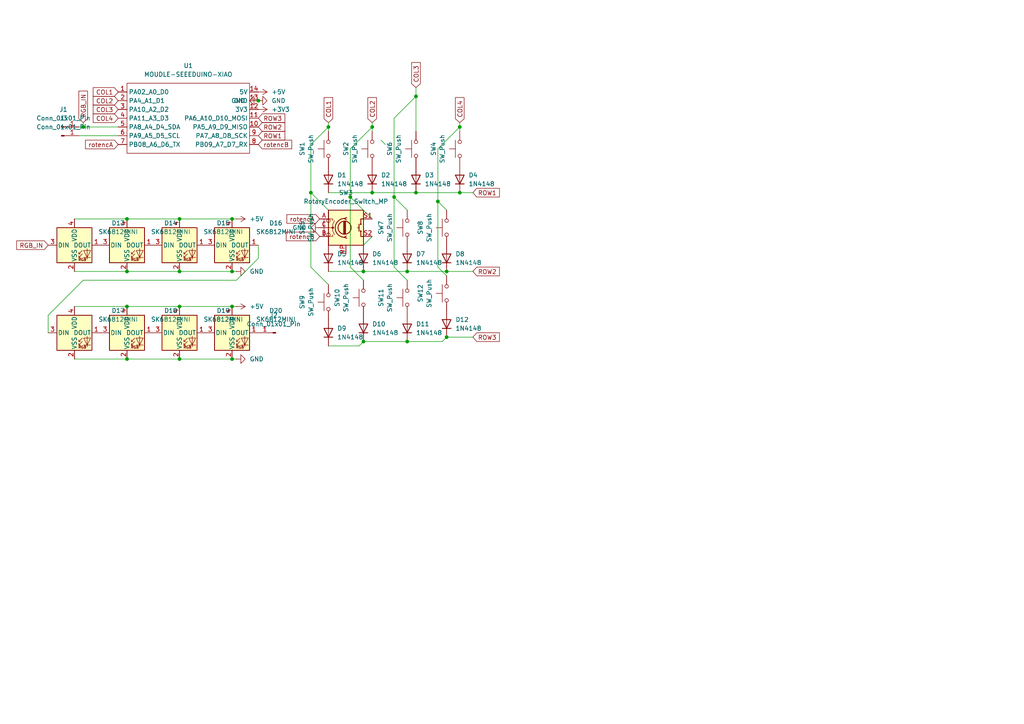
<source format=kicad_sch>
(kicad_sch
	(version 20241209)
	(generator "eeschema")
	(generator_version "8.99")
	(uuid "481b4ec9-afbd-43d7-8e72-0a46ae3887c3")
	(paper "A4")
	(lib_symbols
		(symbol "Connector:Conn_01x01_Pin"
			(pin_names
				(offset 1.016)
				(hide yes)
			)
			(exclude_from_sim no)
			(in_bom yes)
			(on_board yes)
			(property "Reference" "J"
				(at 0 2.54 0)
				(effects
					(font
						(size 1.27 1.27)
					)
				)
			)
			(property "Value" "Conn_01x01_Pin"
				(at 0 -2.54 0)
				(effects
					(font
						(size 1.27 1.27)
					)
				)
			)
			(property "Footprint" ""
				(at 0 0 0)
				(effects
					(font
						(size 1.27 1.27)
					)
					(hide yes)
				)
			)
			(property "Datasheet" "~"
				(at 0 0 0)
				(effects
					(font
						(size 1.27 1.27)
					)
					(hide yes)
				)
			)
			(property "Description" "Generic connector, single row, 01x01, script generated"
				(at 0 0 0)
				(effects
					(font
						(size 1.27 1.27)
					)
					(hide yes)
				)
			)
			(property "ki_locked" ""
				(at 0 0 0)
				(effects
					(font
						(size 1.27 1.27)
					)
				)
			)
			(property "ki_keywords" "connector"
				(at 0 0 0)
				(effects
					(font
						(size 1.27 1.27)
					)
					(hide yes)
				)
			)
			(property "ki_fp_filters" "Connector*:*_1x??_*"
				(at 0 0 0)
				(effects
					(font
						(size 1.27 1.27)
					)
					(hide yes)
				)
			)
			(symbol "Conn_01x01_Pin_1_1"
				(rectangle
					(start 0.8636 0.127)
					(end 0 -0.127)
					(stroke
						(width 0.1524)
						(type default)
					)
					(fill
						(type outline)
					)
				)
				(polyline
					(pts
						(xy 1.27 0) (xy 0.8636 0)
					)
					(stroke
						(width 0.1524)
						(type default)
					)
					(fill
						(type none)
					)
				)
				(pin passive line
					(at 5.08 0 180)
					(length 3.81)
					(name "Pin_1"
						(effects
							(font
								(size 1.27 1.27)
							)
						)
					)
					(number "1"
						(effects
							(font
								(size 1.27 1.27)
							)
						)
					)
				)
			)
			(embedded_fonts no)
		)
		(symbol "Device:RotaryEncoder_Switch_MP"
			(pin_names
				(offset 0.254)
				(hide yes)
			)
			(exclude_from_sim no)
			(in_bom yes)
			(on_board yes)
			(property "Reference" "SW"
				(at 0 8.89 0)
				(effects
					(font
						(size 1.27 1.27)
					)
				)
			)
			(property "Value" "RotaryEncoder_Switch_MP"
				(at 0 6.35 0)
				(effects
					(font
						(size 1.27 1.27)
					)
				)
			)
			(property "Footprint" ""
				(at -3.81 4.064 0)
				(effects
					(font
						(size 1.27 1.27)
					)
					(hide yes)
				)
			)
			(property "Datasheet" "~"
				(at 0 -12.7 0)
				(effects
					(font
						(size 1.27 1.27)
					)
					(hide yes)
				)
			)
			(property "Description" "Rotary encoder, dual channel, incremental quadrate outputs, with switch and MP Pin"
				(at 0 -15.24 0)
				(effects
					(font
						(size 1.27 1.27)
					)
					(hide yes)
				)
			)
			(property "ki_keywords" "rotary switch encoder switch push button"
				(at 0 0 0)
				(effects
					(font
						(size 1.27 1.27)
					)
					(hide yes)
				)
			)
			(property "ki_fp_filters" "RotaryEncoder*Switch*"
				(at 0 0 0)
				(effects
					(font
						(size 1.27 1.27)
					)
					(hide yes)
				)
			)
			(symbol "RotaryEncoder_Switch_MP_0_1"
				(rectangle
					(start -5.08 5.08)
					(end 5.08 -5.08)
					(stroke
						(width 0.254)
						(type default)
					)
					(fill
						(type background)
					)
				)
				(polyline
					(pts
						(xy -5.08 2.54) (xy -3.81 2.54) (xy -3.81 2.032)
					)
					(stroke
						(width 0)
						(type default)
					)
					(fill
						(type none)
					)
				)
				(polyline
					(pts
						(xy -5.08 0) (xy -3.81 0) (xy -3.81 -1.016) (xy -3.302 -2.032)
					)
					(stroke
						(width 0)
						(type default)
					)
					(fill
						(type none)
					)
				)
				(polyline
					(pts
						(xy -5.08 -2.54) (xy -3.81 -2.54) (xy -3.81 -2.032)
					)
					(stroke
						(width 0)
						(type default)
					)
					(fill
						(type none)
					)
				)
				(polyline
					(pts
						(xy -4.318 0) (xy -3.81 0) (xy -3.81 1.016) (xy -3.302 2.032)
					)
					(stroke
						(width 0)
						(type default)
					)
					(fill
						(type none)
					)
				)
				(circle
					(center -3.81 0)
					(radius 0.254)
					(stroke
						(width 0)
						(type default)
					)
					(fill
						(type outline)
					)
				)
				(polyline
					(pts
						(xy -0.635 -1.778) (xy -0.635 1.778)
					)
					(stroke
						(width 0.254)
						(type default)
					)
					(fill
						(type none)
					)
				)
				(circle
					(center -0.381 0)
					(radius 1.905)
					(stroke
						(width 0.254)
						(type default)
					)
					(fill
						(type none)
					)
				)
				(polyline
					(pts
						(xy -0.381 -1.778) (xy -0.381 1.778)
					)
					(stroke
						(width 0.254)
						(type default)
					)
					(fill
						(type none)
					)
				)
				(arc
					(start -0.381 -2.794)
					(mid -3.0988 -0.0635)
					(end -0.381 2.667)
					(stroke
						(width 0.254)
						(type default)
					)
					(fill
						(type none)
					)
				)
				(polyline
					(pts
						(xy -0.127 1.778) (xy -0.127 -1.778)
					)
					(stroke
						(width 0.254)
						(type default)
					)
					(fill
						(type none)
					)
				)
				(polyline
					(pts
						(xy 0.254 2.921) (xy -0.508 2.667) (xy 0.127 2.286)
					)
					(stroke
						(width 0.254)
						(type default)
					)
					(fill
						(type none)
					)
				)
				(polyline
					(pts
						(xy 0.254 -3.048) (xy -0.508 -2.794) (xy 0.127 -2.413)
					)
					(stroke
						(width 0.254)
						(type default)
					)
					(fill
						(type none)
					)
				)
				(polyline
					(pts
						(xy 3.81 1.016) (xy 3.81 -1.016)
					)
					(stroke
						(width 0.254)
						(type default)
					)
					(fill
						(type none)
					)
				)
				(polyline
					(pts
						(xy 3.81 0) (xy 3.429 0)
					)
					(stroke
						(width 0.254)
						(type default)
					)
					(fill
						(type none)
					)
				)
				(circle
					(center 4.318 1.016)
					(radius 0.127)
					(stroke
						(width 0.254)
						(type default)
					)
					(fill
						(type none)
					)
				)
				(circle
					(center 4.318 -1.016)
					(radius 0.127)
					(stroke
						(width 0.254)
						(type default)
					)
					(fill
						(type none)
					)
				)
				(polyline
					(pts
						(xy 5.08 2.54) (xy 4.318 2.54) (xy 4.318 1.016)
					)
					(stroke
						(width 0.254)
						(type default)
					)
					(fill
						(type none)
					)
				)
				(polyline
					(pts
						(xy 5.08 -2.54) (xy 4.318 -2.54) (xy 4.318 -1.016)
					)
					(stroke
						(width 0.254)
						(type default)
					)
					(fill
						(type none)
					)
				)
			)
			(symbol "RotaryEncoder_Switch_MP_1_1"
				(pin passive line
					(at -7.62 2.54 0)
					(length 2.54)
					(name "A"
						(effects
							(font
								(size 1.27 1.27)
							)
						)
					)
					(number "A"
						(effects
							(font
								(size 1.27 1.27)
							)
						)
					)
				)
				(pin passive line
					(at -7.62 0 0)
					(length 2.54)
					(name "C"
						(effects
							(font
								(size 1.27 1.27)
							)
						)
					)
					(number "C"
						(effects
							(font
								(size 1.27 1.27)
							)
						)
					)
				)
				(pin passive line
					(at -7.62 -2.54 0)
					(length 2.54)
					(name "B"
						(effects
							(font
								(size 1.27 1.27)
							)
						)
					)
					(number "B"
						(effects
							(font
								(size 1.27 1.27)
							)
						)
					)
				)
				(pin passive line
					(at 0 -7.62 90)
					(length 2.54)
					(name "MP"
						(effects
							(font
								(size 1.27 1.27)
							)
						)
					)
					(number "MP"
						(effects
							(font
								(size 1.27 1.27)
							)
						)
					)
				)
				(pin passive line
					(at 7.62 2.54 180)
					(length 2.54)
					(name "S1"
						(effects
							(font
								(size 1.27 1.27)
							)
						)
					)
					(number "S1"
						(effects
							(font
								(size 1.27 1.27)
							)
						)
					)
				)
				(pin passive line
					(at 7.62 -2.54 180)
					(length 2.54)
					(name "S2"
						(effects
							(font
								(size 1.27 1.27)
							)
						)
					)
					(number "S2"
						(effects
							(font
								(size 1.27 1.27)
							)
						)
					)
				)
			)
			(embedded_fonts no)
		)
		(symbol "Diode:1N4148"
			(pin_numbers
				(hide yes)
			)
			(pin_names
				(hide yes)
			)
			(exclude_from_sim no)
			(in_bom yes)
			(on_board yes)
			(property "Reference" "D"
				(at 0 2.54 0)
				(effects
					(font
						(size 1.27 1.27)
					)
				)
			)
			(property "Value" "1N4148"
				(at 0 -2.54 0)
				(effects
					(font
						(size 1.27 1.27)
					)
				)
			)
			(property "Footprint" "Diode_THT:D_DO-35_SOD27_P7.62mm_Horizontal"
				(at 0 0 0)
				(effects
					(font
						(size 1.27 1.27)
					)
					(hide yes)
				)
			)
			(property "Datasheet" "https://assets.nexperia.com/documents/data-sheet/1N4148_1N4448.pdf"
				(at 0 0 0)
				(effects
					(font
						(size 1.27 1.27)
					)
					(hide yes)
				)
			)
			(property "Description" "100V 0.15A standard switching diode, DO-35"
				(at 0 0 0)
				(effects
					(font
						(size 1.27 1.27)
					)
					(hide yes)
				)
			)
			(property "Sim.Device" "D"
				(at 0 0 0)
				(effects
					(font
						(size 1.27 1.27)
					)
					(hide yes)
				)
			)
			(property "Sim.Pins" "1=K 2=A"
				(at 0 0 0)
				(effects
					(font
						(size 1.27 1.27)
					)
					(hide yes)
				)
			)
			(property "ki_keywords" "diode"
				(at 0 0 0)
				(effects
					(font
						(size 1.27 1.27)
					)
					(hide yes)
				)
			)
			(property "ki_fp_filters" "D*DO?35*"
				(at 0 0 0)
				(effects
					(font
						(size 1.27 1.27)
					)
					(hide yes)
				)
			)
			(symbol "1N4148_0_1"
				(polyline
					(pts
						(xy -1.27 1.27) (xy -1.27 -1.27)
					)
					(stroke
						(width 0.254)
						(type default)
					)
					(fill
						(type none)
					)
				)
				(polyline
					(pts
						(xy 1.27 1.27) (xy 1.27 -1.27) (xy -1.27 0) (xy 1.27 1.27)
					)
					(stroke
						(width 0.254)
						(type default)
					)
					(fill
						(type none)
					)
				)
				(polyline
					(pts
						(xy 1.27 0) (xy -1.27 0)
					)
					(stroke
						(width 0)
						(type default)
					)
					(fill
						(type none)
					)
				)
			)
			(symbol "1N4148_1_1"
				(pin passive line
					(at -3.81 0 0)
					(length 2.54)
					(name "K"
						(effects
							(font
								(size 1.27 1.27)
							)
						)
					)
					(number "1"
						(effects
							(font
								(size 1.27 1.27)
							)
						)
					)
				)
				(pin passive line
					(at 3.81 0 180)
					(length 2.54)
					(name "A"
						(effects
							(font
								(size 1.27 1.27)
							)
						)
					)
					(number "2"
						(effects
							(font
								(size 1.27 1.27)
							)
						)
					)
				)
			)
			(embedded_fonts no)
		)
		(symbol "LED:SK6812MINI"
			(pin_names
				(offset 0.254)
			)
			(exclude_from_sim no)
			(in_bom yes)
			(on_board yes)
			(property "Reference" "D"
				(at 5.08 5.715 0)
				(effects
					(font
						(size 1.27 1.27)
					)
					(justify right bottom)
				)
			)
			(property "Value" "SK6812MINI"
				(at 1.27 -5.715 0)
				(effects
					(font
						(size 1.27 1.27)
					)
					(justify left top)
				)
			)
			(property "Footprint" "LED_SMD:LED_SK6812MINI_PLCC4_3.5x3.5mm_P1.75mm"
				(at 1.27 -7.62 0)
				(effects
					(font
						(size 1.27 1.27)
					)
					(justify left top)
					(hide yes)
				)
			)
			(property "Datasheet" "https://cdn-shop.adafruit.com/product-files/2686/SK6812MINI_REV.01-1-2.pdf"
				(at 2.54 -9.525 0)
				(effects
					(font
						(size 1.27 1.27)
					)
					(justify left top)
					(hide yes)
				)
			)
			(property "Description" "RGB LED with integrated controller"
				(at 0 0 0)
				(effects
					(font
						(size 1.27 1.27)
					)
					(hide yes)
				)
			)
			(property "ki_keywords" "RGB LED NeoPixel Mini addressable"
				(at 0 0 0)
				(effects
					(font
						(size 1.27 1.27)
					)
					(hide yes)
				)
			)
			(property "ki_fp_filters" "LED*SK6812MINI*PLCC*3.5x3.5mm*P1.75mm*"
				(at 0 0 0)
				(effects
					(font
						(size 1.27 1.27)
					)
					(hide yes)
				)
			)
			(symbol "SK6812MINI_0_0"
				(text "RGB"
					(at 2.286 -4.191 0)
					(effects
						(font
							(size 0.762 0.762)
						)
					)
				)
			)
			(symbol "SK6812MINI_0_1"
				(polyline
					(pts
						(xy 1.27 -2.54) (xy 1.778 -2.54)
					)
					(stroke
						(width 0)
						(type default)
					)
					(fill
						(type none)
					)
				)
				(polyline
					(pts
						(xy 1.27 -3.556) (xy 1.778 -3.556)
					)
					(stroke
						(width 0)
						(type default)
					)
					(fill
						(type none)
					)
				)
				(polyline
					(pts
						(xy 2.286 -1.524) (xy 1.27 -2.54) (xy 1.27 -2.032)
					)
					(stroke
						(width 0)
						(type default)
					)
					(fill
						(type none)
					)
				)
				(polyline
					(pts
						(xy 2.286 -2.54) (xy 1.27 -3.556) (xy 1.27 -3.048)
					)
					(stroke
						(width 0)
						(type default)
					)
					(fill
						(type none)
					)
				)
				(polyline
					(pts
						(xy 3.683 -1.016) (xy 3.683 -3.556) (xy 3.683 -4.064)
					)
					(stroke
						(width 0)
						(type default)
					)
					(fill
						(type none)
					)
				)
				(polyline
					(pts
						(xy 4.699 -1.524) (xy 2.667 -1.524) (xy 3.683 -3.556) (xy 4.699 -1.524)
					)
					(stroke
						(width 0)
						(type default)
					)
					(fill
						(type none)
					)
				)
				(polyline
					(pts
						(xy 4.699 -3.556) (xy 2.667 -3.556)
					)
					(stroke
						(width 0)
						(type default)
					)
					(fill
						(type none)
					)
				)
				(rectangle
					(start 5.08 5.08)
					(end -5.08 -5.08)
					(stroke
						(width 0.254)
						(type default)
					)
					(fill
						(type background)
					)
				)
			)
			(symbol "SK6812MINI_1_1"
				(pin input line
					(at -7.62 0 0)
					(length 2.54)
					(name "DIN"
						(effects
							(font
								(size 1.27 1.27)
							)
						)
					)
					(number "3"
						(effects
							(font
								(size 1.27 1.27)
							)
						)
					)
				)
				(pin power_in line
					(at 0 7.62 270)
					(length 2.54)
					(name "VDD"
						(effects
							(font
								(size 1.27 1.27)
							)
						)
					)
					(number "4"
						(effects
							(font
								(size 1.27 1.27)
							)
						)
					)
				)
				(pin power_in line
					(at 0 -7.62 90)
					(length 2.54)
					(name "VSS"
						(effects
							(font
								(size 1.27 1.27)
							)
						)
					)
					(number "2"
						(effects
							(font
								(size 1.27 1.27)
							)
						)
					)
				)
				(pin output line
					(at 7.62 0 180)
					(length 2.54)
					(name "DOUT"
						(effects
							(font
								(size 1.27 1.27)
							)
						)
					)
					(number "1"
						(effects
							(font
								(size 1.27 1.27)
							)
						)
					)
				)
			)
			(embedded_fonts no)
		)
		(symbol "RP2040:MOUDLE-SEEEDUINO-XIAO"
			(exclude_from_sim no)
			(in_bom yes)
			(on_board yes)
			(property "Reference" "U"
				(at -16.51 11.43 0)
				(effects
					(font
						(size 1.27 1.27)
					)
				)
			)
			(property "Value" "MOUDLE-SEEEDUINO-XIAO"
				(at -3.81 -11.43 0)
				(effects
					(font
						(size 1.27 1.27)
					)
				)
			)
			(property "Footprint" ""
				(at -16.51 2.54 0)
				(effects
					(font
						(size 1.27 1.27)
					)
					(hide yes)
				)
			)
			(property "Datasheet" ""
				(at -16.51 2.54 0)
				(effects
					(font
						(size 1.27 1.27)
					)
					(hide yes)
				)
			)
			(property "Description" ""
				(at 0 0 0)
				(effects
					(font
						(size 1.27 1.27)
					)
					(hide yes)
				)
			)
			(symbol "MOUDLE-SEEEDUINO-XIAO_0_1"
				(rectangle
					(start -16.51 10.16)
					(end 19.05 -10.16)
					(stroke
						(width 0)
						(type default)
					)
					(fill
						(type none)
					)
				)
			)
			(symbol "MOUDLE-SEEEDUINO-XIAO_1_1"
				(pin passive line
					(at -19.05 7.62 0)
					(length 2.54)
					(name "PA02_A0_D0"
						(effects
							(font
								(size 1.27 1.27)
							)
						)
					)
					(number "1"
						(effects
							(font
								(size 1.27 1.27)
							)
						)
					)
				)
				(pin passive line
					(at -19.05 5.08 0)
					(length 2.54)
					(name "PA4_A1_D1"
						(effects
							(font
								(size 1.27 1.27)
							)
						)
					)
					(number "2"
						(effects
							(font
								(size 1.27 1.27)
							)
						)
					)
				)
				(pin passive line
					(at -19.05 2.54 0)
					(length 2.54)
					(name "PA10_A2_D2"
						(effects
							(font
								(size 1.27 1.27)
							)
						)
					)
					(number "3"
						(effects
							(font
								(size 1.27 1.27)
							)
						)
					)
				)
				(pin passive line
					(at -19.05 0 0)
					(length 2.54)
					(name "PA11_A3_D3"
						(effects
							(font
								(size 1.27 1.27)
							)
						)
					)
					(number "4"
						(effects
							(font
								(size 1.27 1.27)
							)
						)
					)
				)
				(pin passive line
					(at -19.05 -2.54 0)
					(length 2.54)
					(name "PA8_A4_D4_SDA"
						(effects
							(font
								(size 1.27 1.27)
							)
						)
					)
					(number "5"
						(effects
							(font
								(size 1.27 1.27)
							)
						)
					)
				)
				(pin passive line
					(at -19.05 -5.08 0)
					(length 2.54)
					(name "PA9_A5_D5_SCL"
						(effects
							(font
								(size 1.27 1.27)
							)
						)
					)
					(number "6"
						(effects
							(font
								(size 1.27 1.27)
							)
						)
					)
				)
				(pin passive line
					(at -19.05 -7.62 0)
					(length 2.54)
					(name "PB08_A6_D6_TX"
						(effects
							(font
								(size 1.27 1.27)
							)
						)
					)
					(number "7"
						(effects
							(font
								(size 1.27 1.27)
							)
						)
					)
				)
				(pin passive line
					(at 21.59 7.62 180)
					(length 2.54)
					(name "5V"
						(effects
							(font
								(size 1.27 1.27)
							)
						)
					)
					(number "14"
						(effects
							(font
								(size 1.27 1.27)
							)
						)
					)
				)
				(pin passive line
					(at 21.59 5.08 180)
					(length 2.54)
					(name "GND"
						(effects
							(font
								(size 1.27 1.27)
							)
						)
					)
					(number "13"
						(effects
							(font
								(size 1.27 1.27)
							)
						)
					)
				)
				(pin passive line
					(at 21.59 2.54 180)
					(length 2.54)
					(name "3V3"
						(effects
							(font
								(size 1.27 1.27)
							)
						)
					)
					(number "12"
						(effects
							(font
								(size 1.27 1.27)
							)
						)
					)
				)
				(pin passive line
					(at 21.59 0 180)
					(length 2.54)
					(name "PA6_A10_D10_MOSI"
						(effects
							(font
								(size 1.27 1.27)
							)
						)
					)
					(number "11"
						(effects
							(font
								(size 1.27 1.27)
							)
						)
					)
				)
				(pin passive line
					(at 21.59 -2.54 180)
					(length 2.54)
					(name "PA5_A9_D9_MISO"
						(effects
							(font
								(size 1.27 1.27)
							)
						)
					)
					(number "10"
						(effects
							(font
								(size 1.27 1.27)
							)
						)
					)
				)
				(pin passive line
					(at 21.59 -5.08 180)
					(length 2.54)
					(name "PA7_A8_D8_SCK"
						(effects
							(font
								(size 1.27 1.27)
							)
						)
					)
					(number "9"
						(effects
							(font
								(size 1.27 1.27)
							)
						)
					)
				)
				(pin passive line
					(at 21.59 -7.62 180)
					(length 2.54)
					(name "PB09_A7_D7_RX"
						(effects
							(font
								(size 1.27 1.27)
							)
						)
					)
					(number "8"
						(effects
							(font
								(size 1.27 1.27)
							)
						)
					)
				)
			)
			(embedded_fonts no)
		)
		(symbol "Switch:SW_Push"
			(pin_numbers
				(hide yes)
			)
			(pin_names
				(offset 1.016)
				(hide yes)
			)
			(exclude_from_sim no)
			(in_bom yes)
			(on_board yes)
			(property "Reference" "SW"
				(at 1.27 2.54 0)
				(effects
					(font
						(size 1.27 1.27)
					)
					(justify left)
				)
			)
			(property "Value" "SW_Push"
				(at 0 -1.524 0)
				(effects
					(font
						(size 1.27 1.27)
					)
				)
			)
			(property "Footprint" ""
				(at 0 5.08 0)
				(effects
					(font
						(size 1.27 1.27)
					)
					(hide yes)
				)
			)
			(property "Datasheet" "~"
				(at 0 5.08 0)
				(effects
					(font
						(size 1.27 1.27)
					)
					(hide yes)
				)
			)
			(property "Description" "Push button switch, generic, two pins"
				(at 0 0 0)
				(effects
					(font
						(size 1.27 1.27)
					)
					(hide yes)
				)
			)
			(property "ki_keywords" "switch normally-open pushbutton push-button"
				(at 0 0 0)
				(effects
					(font
						(size 1.27 1.27)
					)
					(hide yes)
				)
			)
			(symbol "SW_Push_0_1"
				(circle
					(center -2.032 0)
					(radius 0.508)
					(stroke
						(width 0)
						(type default)
					)
					(fill
						(type none)
					)
				)
				(polyline
					(pts
						(xy 0 1.27) (xy 0 3.048)
					)
					(stroke
						(width 0)
						(type default)
					)
					(fill
						(type none)
					)
				)
				(circle
					(center 2.032 0)
					(radius 0.508)
					(stroke
						(width 0)
						(type default)
					)
					(fill
						(type none)
					)
				)
				(polyline
					(pts
						(xy 2.54 1.27) (xy -2.54 1.27)
					)
					(stroke
						(width 0)
						(type default)
					)
					(fill
						(type none)
					)
				)
				(pin passive line
					(at -5.08 0 0)
					(length 2.54)
					(name "1"
						(effects
							(font
								(size 1.27 1.27)
							)
						)
					)
					(number "1"
						(effects
							(font
								(size 1.27 1.27)
							)
						)
					)
				)
				(pin passive line
					(at 5.08 0 180)
					(length 2.54)
					(name "2"
						(effects
							(font
								(size 1.27 1.27)
							)
						)
					)
					(number "2"
						(effects
							(font
								(size 1.27 1.27)
							)
						)
					)
				)
			)
			(embedded_fonts no)
		)
		(symbol "power:+3V3"
			(power)
			(pin_numbers
				(hide yes)
			)
			(pin_names
				(offset 0)
				(hide yes)
			)
			(exclude_from_sim no)
			(in_bom yes)
			(on_board yes)
			(property "Reference" "#PWR"
				(at 0 -3.81 0)
				(effects
					(font
						(size 1.27 1.27)
					)
					(hide yes)
				)
			)
			(property "Value" "+3V3"
				(at 0 3.556 0)
				(effects
					(font
						(size 1.27 1.27)
					)
				)
			)
			(property "Footprint" ""
				(at 0 0 0)
				(effects
					(font
						(size 1.27 1.27)
					)
					(hide yes)
				)
			)
			(property "Datasheet" ""
				(at 0 0 0)
				(effects
					(font
						(size 1.27 1.27)
					)
					(hide yes)
				)
			)
			(property "Description" "Power symbol creates a global label with name \"+3V3\""
				(at 0 0 0)
				(effects
					(font
						(size 1.27 1.27)
					)
					(hide yes)
				)
			)
			(property "ki_keywords" "global power"
				(at 0 0 0)
				(effects
					(font
						(size 1.27 1.27)
					)
					(hide yes)
				)
			)
			(symbol "+3V3_0_1"
				(polyline
					(pts
						(xy -0.762 1.27) (xy 0 2.54)
					)
					(stroke
						(width 0)
						(type default)
					)
					(fill
						(type none)
					)
				)
				(polyline
					(pts
						(xy 0 2.54) (xy 0.762 1.27)
					)
					(stroke
						(width 0)
						(type default)
					)
					(fill
						(type none)
					)
				)
				(polyline
					(pts
						(xy 0 0) (xy 0 2.54)
					)
					(stroke
						(width 0)
						(type default)
					)
					(fill
						(type none)
					)
				)
			)
			(symbol "+3V3_1_1"
				(pin power_in line
					(at 0 0 90)
					(length 0)
					(name "~"
						(effects
							(font
								(size 1.27 1.27)
							)
						)
					)
					(number "1"
						(effects
							(font
								(size 1.27 1.27)
							)
						)
					)
				)
			)
			(embedded_fonts no)
		)
		(symbol "power:+5V"
			(power)
			(pin_numbers
				(hide yes)
			)
			(pin_names
				(offset 0)
				(hide yes)
			)
			(exclude_from_sim no)
			(in_bom yes)
			(on_board yes)
			(property "Reference" "#PWR"
				(at 0 -3.81 0)
				(effects
					(font
						(size 1.27 1.27)
					)
					(hide yes)
				)
			)
			(property "Value" "+5V"
				(at 0 3.556 0)
				(effects
					(font
						(size 1.27 1.27)
					)
				)
			)
			(property "Footprint" ""
				(at 0 0 0)
				(effects
					(font
						(size 1.27 1.27)
					)
					(hide yes)
				)
			)
			(property "Datasheet" ""
				(at 0 0 0)
				(effects
					(font
						(size 1.27 1.27)
					)
					(hide yes)
				)
			)
			(property "Description" "Power symbol creates a global label with name \"+5V\""
				(at 0 0 0)
				(effects
					(font
						(size 1.27 1.27)
					)
					(hide yes)
				)
			)
			(property "ki_keywords" "global power"
				(at 0 0 0)
				(effects
					(font
						(size 1.27 1.27)
					)
					(hide yes)
				)
			)
			(symbol "+5V_0_1"
				(polyline
					(pts
						(xy -0.762 1.27) (xy 0 2.54)
					)
					(stroke
						(width 0)
						(type default)
					)
					(fill
						(type none)
					)
				)
				(polyline
					(pts
						(xy 0 2.54) (xy 0.762 1.27)
					)
					(stroke
						(width 0)
						(type default)
					)
					(fill
						(type none)
					)
				)
				(polyline
					(pts
						(xy 0 0) (xy 0 2.54)
					)
					(stroke
						(width 0)
						(type default)
					)
					(fill
						(type none)
					)
				)
			)
			(symbol "+5V_1_1"
				(pin power_in line
					(at 0 0 90)
					(length 0)
					(name "~"
						(effects
							(font
								(size 1.27 1.27)
							)
						)
					)
					(number "1"
						(effects
							(font
								(size 1.27 1.27)
							)
						)
					)
				)
			)
			(embedded_fonts no)
		)
		(symbol "power:GND"
			(power)
			(pin_numbers
				(hide yes)
			)
			(pin_names
				(offset 0)
				(hide yes)
			)
			(exclude_from_sim no)
			(in_bom yes)
			(on_board yes)
			(property "Reference" "#PWR"
				(at 0 -6.35 0)
				(effects
					(font
						(size 1.27 1.27)
					)
					(hide yes)
				)
			)
			(property "Value" "GND"
				(at 0 -3.81 0)
				(effects
					(font
						(size 1.27 1.27)
					)
				)
			)
			(property "Footprint" ""
				(at 0 0 0)
				(effects
					(font
						(size 1.27 1.27)
					)
					(hide yes)
				)
			)
			(property "Datasheet" ""
				(at 0 0 0)
				(effects
					(font
						(size 1.27 1.27)
					)
					(hide yes)
				)
			)
			(property "Description" "Power symbol creates a global label with name \"GND\" , ground"
				(at 0 0 0)
				(effects
					(font
						(size 1.27 1.27)
					)
					(hide yes)
				)
			)
			(property "ki_keywords" "global power"
				(at 0 0 0)
				(effects
					(font
						(size 1.27 1.27)
					)
					(hide yes)
				)
			)
			(symbol "GND_0_1"
				(polyline
					(pts
						(xy 0 0) (xy 0 -1.27) (xy 1.27 -1.27) (xy 0 -2.54) (xy -1.27 -1.27) (xy 0 -1.27)
					)
					(stroke
						(width 0)
						(type default)
					)
					(fill
						(type none)
					)
				)
			)
			(symbol "GND_1_1"
				(pin power_in line
					(at 0 0 270)
					(length 0)
					(name "~"
						(effects
							(font
								(size 1.27 1.27)
							)
						)
					)
					(number "1"
						(effects
							(font
								(size 1.27 1.27)
							)
						)
					)
				)
			)
			(embedded_fonts no)
		)
	)
	(junction
		(at 52.07 104.14)
		(diameter 0)
		(color 0 0 0 0)
		(uuid "357ceb07-aa9b-4062-a640-11857fb559a4")
	)
	(junction
		(at 52.07 78.74)
		(diameter 0)
		(color 0 0 0 0)
		(uuid "3729404f-8e34-4919-9be8-6c3a96d054bc")
	)
	(junction
		(at 120.65 27.94)
		(diameter 0)
		(color 0 0 0 0)
		(uuid "43022e94-adc5-401a-9f65-78c446cd27fb")
	)
	(junction
		(at 74.93 29.21)
		(diameter 0)
		(color 0 0 0 0)
		(uuid "46d7e176-24fb-4a4d-977f-ec2127bedb1c")
	)
	(junction
		(at 95.25 36.83)
		(diameter 0)
		(color 0 0 0 0)
		(uuid "47ea766d-102b-40be-9ab4-f3883331f0da")
	)
	(junction
		(at 52.07 88.9)
		(diameter 0)
		(color 0 0 0 0)
		(uuid "568438e2-c43b-4a08-acde-62d3d80ecb77")
	)
	(junction
		(at 118.11 99.06)
		(diameter 0)
		(color 0 0 0 0)
		(uuid "5f7d0710-43d8-4854-b63f-46ece7146b97")
	)
	(junction
		(at 107.95 55.88)
		(diameter 0)
		(color 0 0 0 0)
		(uuid "61133f37-a8db-4c50-9187-a72cc9ac619a")
	)
	(junction
		(at 105.41 78.74)
		(diameter 0)
		(color 0 0 0 0)
		(uuid "62845d4f-b4a9-43e4-9e83-deb931fdb38c")
	)
	(junction
		(at 114.3 57.15)
		(diameter 0)
		(color 0 0 0 0)
		(uuid "63085409-6e56-467e-8c37-d9905da403e8")
	)
	(junction
		(at 127 58.42)
		(diameter 0)
		(color 0 0 0 0)
		(uuid "67432ce1-ddeb-4bac-a7c7-f04cb7afbb47")
	)
	(junction
		(at 129.54 78.74)
		(diameter 0)
		(color 0 0 0 0)
		(uuid "713dccb3-28fd-4c0f-8ca0-817587280352")
	)
	(junction
		(at 118.11 78.74)
		(diameter 0)
		(color 0 0 0 0)
		(uuid "7559781e-2db6-4dc2-88a4-1bc31421fb4a")
	)
	(junction
		(at 133.35 55.88)
		(diameter 0)
		(color 0 0 0 0)
		(uuid "7625949f-98e9-4994-aaa6-996769c7b517")
	)
	(junction
		(at 36.83 104.14)
		(diameter 0)
		(color 0 0 0 0)
		(uuid "76cc8cfa-e8e9-42f5-ac0d-61300a6bebcc")
	)
	(junction
		(at 24.13 36.83)
		(diameter 0)
		(color 0 0 0 0)
		(uuid "794873a6-a2a3-4920-aa35-3b7bd6750591")
	)
	(junction
		(at 107.95 36.83)
		(diameter 0)
		(color 0 0 0 0)
		(uuid "9c6f871d-552a-41a1-b020-85300fff81f8")
	)
	(junction
		(at 67.31 104.14)
		(diameter 0)
		(color 0 0 0 0)
		(uuid "a085a51e-f09d-48a1-ba50-c56ccade2d30")
	)
	(junction
		(at 90.17 55.88)
		(diameter 0)
		(color 0 0 0 0)
		(uuid "af4586a9-4086-49c4-ba32-1978750be297")
	)
	(junction
		(at 67.31 63.5)
		(diameter 0)
		(color 0 0 0 0)
		(uuid "b9f4136f-5ff8-4760-8a17-464dd145d5b4")
	)
	(junction
		(at 67.31 78.74)
		(diameter 0)
		(color 0 0 0 0)
		(uuid "c110b8ba-bff8-454f-aefa-e2c4629373f2")
	)
	(junction
		(at 67.31 88.9)
		(diameter 0)
		(color 0 0 0 0)
		(uuid "c7202174-cd68-4eb4-8a38-e91093c18206")
	)
	(junction
		(at 36.83 88.9)
		(diameter 0)
		(color 0 0 0 0)
		(uuid "cb0ace86-4b6e-4eaa-b047-ca7bbb471e05")
	)
	(junction
		(at 101.6 57.15)
		(diameter 0)
		(color 0 0 0 0)
		(uuid "cce66791-9973-4ef1-9478-9704c4a35ada")
	)
	(junction
		(at 120.65 55.88)
		(diameter 0)
		(color 0 0 0 0)
		(uuid "d235e6b1-df59-4b6b-976c-042da200f3a0")
	)
	(junction
		(at 36.83 63.5)
		(diameter 0)
		(color 0 0 0 0)
		(uuid "d7cdfdc0-cfaf-40b8-bbe9-21353aad5bc2")
	)
	(junction
		(at 129.54 97.79)
		(diameter 0)
		(color 0 0 0 0)
		(uuid "ec8e053e-0715-4f32-ae95-c9acac0f292a")
	)
	(junction
		(at 52.07 63.5)
		(diameter 0)
		(color 0 0 0 0)
		(uuid "ed85a145-fa1e-4d37-b1a0-413e3a52e4b0")
	)
	(junction
		(at 105.41 99.06)
		(diameter 0)
		(color 0 0 0 0)
		(uuid "f724bcb7-859e-4c20-8930-339dc610bca0")
	)
	(junction
		(at 133.35 36.83)
		(diameter 0)
		(color 0 0 0 0)
		(uuid "f7282764-b6c8-4a55-bade-af0904f5bf06")
	)
	(junction
		(at 36.83 78.74)
		(diameter 0)
		(color 0 0 0 0)
		(uuid "febab7f0-8a17-4f59-ab73-d3c64814f868")
	)
	(wire
		(pts
			(xy 118.11 78.74) (xy 129.54 78.74)
		)
		(stroke
			(width 0)
			(type default)
		)
		(uuid "018216b4-030f-4fa8-b300-88bd986c8113")
	)
	(wire
		(pts
			(xy 101.6 43.18) (xy 101.6 57.15)
		)
		(stroke
			(width 0)
			(type default)
		)
		(uuid "0b49147a-2918-4342-b419-8943bee177ce")
	)
	(wire
		(pts
			(xy 68.58 81.28) (xy 24.13 81.28)
		)
		(stroke
			(width 0)
			(type default)
		)
		(uuid "10140c3d-ee5a-4908-a0e1-7038d553e864")
	)
	(wire
		(pts
			(xy 24.13 35.56) (xy 24.13 36.83)
		)
		(stroke
			(width 0)
			(type default)
		)
		(uuid "15dba063-338d-4aac-a55e-7434b9b04e33")
	)
	(wire
		(pts
			(xy 90.17 41.91) (xy 95.25 36.83)
		)
		(stroke
			(width 0)
			(type default)
		)
		(uuid "1fb99afc-b157-4d91-b4bf-8d2bf6c47b10")
	)
	(wire
		(pts
			(xy 90.17 41.91) (xy 90.17 55.88)
		)
		(stroke
			(width 0)
			(type default)
		)
		(uuid "2202c2ec-fedc-45cf-bc9f-c309771d77f2")
	)
	(wire
		(pts
			(xy 90.17 55.88) (xy 95.25 60.96)
		)
		(stroke
			(width 0)
			(type default)
		)
		(uuid "254407f5-1e70-4cac-bc7f-dae19be65697")
	)
	(wire
		(pts
			(xy 107.95 55.88) (xy 120.65 55.88)
		)
		(stroke
			(width 0)
			(type default)
		)
		(uuid "2628b614-51d5-4ab5-9232-aba16d14b0e6")
	)
	(wire
		(pts
			(xy 36.83 104.14) (xy 52.07 104.14)
		)
		(stroke
			(width 0)
			(type default)
		)
		(uuid "26abda99-3132-42f9-ad59-bfed4e992fea")
	)
	(wire
		(pts
			(xy 101.6 77.47) (xy 105.41 81.28)
		)
		(stroke
			(width 0)
			(type default)
		)
		(uuid "2a1ad09f-8c5d-4b50-b909-2fe2f6824764")
	)
	(wire
		(pts
			(xy 107.95 36.83) (xy 107.95 38.1)
		)
		(stroke
			(width 0)
			(type default)
		)
		(uuid "2b024db3-0915-4b30-bdb2-e24ef6a72147")
	)
	(wire
		(pts
			(xy 120.65 25.4) (xy 120.65 27.94)
		)
		(stroke
			(width 0)
			(type default)
		)
		(uuid "2bd957ea-3c47-4ca1-9e61-d6b2b0fc96d4")
	)
	(wire
		(pts
			(xy 52.07 63.5) (xy 67.31 63.5)
		)
		(stroke
			(width 0)
			(type default)
		)
		(uuid "2f07ad4f-b478-43d0-a101-c3aac6eac002")
	)
	(wire
		(pts
			(xy 21.59 88.9) (xy 36.83 88.9)
		)
		(stroke
			(width 0)
			(type default)
		)
		(uuid "35eb3881-ec08-4b7f-b47f-a30493d6e380")
	)
	(wire
		(pts
			(xy 21.59 63.5) (xy 36.83 63.5)
		)
		(stroke
			(width 0)
			(type default)
		)
		(uuid "390c0184-f092-4820-b365-f09ed1cc9a08")
	)
	(wire
		(pts
			(xy 22.86 36.83) (xy 24.13 36.83)
		)
		(stroke
			(width 0)
			(type default)
		)
		(uuid "3ad8d640-26e7-4f45-96f5-313eb417f92c")
	)
	(wire
		(pts
			(xy 101.6 57.15) (xy 101.6 77.47)
		)
		(stroke
			(width 0)
			(type default)
		)
		(uuid "40a80e89-39e0-4cff-ba06-4a2bb4b3be8f")
	)
	(wire
		(pts
			(xy 129.54 78.74) (xy 137.16 78.74)
		)
		(stroke
			(width 0)
			(type default)
		)
		(uuid "40cec6a1-347b-4b97-a0fc-f526344e8d90")
	)
	(wire
		(pts
			(xy 90.17 77.47) (xy 95.25 82.55)
		)
		(stroke
			(width 0)
			(type default)
		)
		(uuid "43954221-c2fa-4883-b2e9-adbf7fe0a2b8")
	)
	(wire
		(pts
			(xy 95.25 35.56) (xy 95.25 36.83)
		)
		(stroke
			(width 0)
			(type default)
		)
		(uuid "44c3c5bd-6f71-4a78-8065-16d3e7947754")
	)
	(wire
		(pts
			(xy 133.35 55.88) (xy 137.16 55.88)
		)
		(stroke
			(width 0)
			(type default)
		)
		(uuid "452b8584-6dd8-4219-b8aa-8533ec83beae")
	)
	(wire
		(pts
			(xy 74.93 71.12) (xy 74.93 74.93)
		)
		(stroke
			(width 0)
			(type default)
		)
		(uuid "46c66470-3d90-4fcf-ba5d-8ef96e6012ef")
	)
	(wire
		(pts
			(xy 67.31 104.14) (xy 68.58 104.14)
		)
		(stroke
			(width 0)
			(type default)
		)
		(uuid "48c5bdab-ad21-4f7c-867a-b5ae7056d553")
	)
	(wire
		(pts
			(xy 21.59 104.14) (xy 36.83 104.14)
		)
		(stroke
			(width 0)
			(type default)
		)
		(uuid "4b0a1359-ecf3-48b3-9bd9-8f8be007eb89")
	)
	(wire
		(pts
			(xy 90.17 55.88) (xy 90.17 77.47)
		)
		(stroke
			(width 0)
			(type default)
		)
		(uuid "4b8456a4-f62d-408c-853d-001fc558cf9c")
	)
	(wire
		(pts
			(xy 105.41 78.74) (xy 118.11 78.74)
		)
		(stroke
			(width 0)
			(type default)
		)
		(uuid "5034506f-718a-481f-bf12-f57d8d4d802b")
	)
	(wire
		(pts
			(xy 101.6 57.15) (xy 107.95 63.5)
		)
		(stroke
			(width 0)
			(type default)
		)
		(uuid "5871c1b2-4b9b-482e-963e-da8ee4cfadc9")
	)
	(wire
		(pts
			(xy 133.35 35.56) (xy 133.35 36.83)
		)
		(stroke
			(width 0)
			(type default)
		)
		(uuid "5bfa93d4-e7af-4c3d-b543-e16b77149821")
	)
	(wire
		(pts
			(xy 101.6 43.18) (xy 107.95 36.83)
		)
		(stroke
			(width 0)
			(type default)
		)
		(uuid "5eb5353e-d954-44d1-99b4-071d9d448185")
	)
	(wire
		(pts
			(xy 114.3 57.15) (xy 118.11 60.96)
		)
		(stroke
			(width 0)
			(type default)
		)
		(uuid "60ae1bca-3cbd-4293-9f7b-f737e2121b0b")
	)
	(wire
		(pts
			(xy 114.3 57.15) (xy 114.3 77.47)
		)
		(stroke
			(width 0)
			(type default)
		)
		(uuid "6a19ce5f-2e03-4639-a0cc-ab310b0d9715")
	)
	(wire
		(pts
			(xy 67.31 63.5) (xy 68.58 63.5)
		)
		(stroke
			(width 0)
			(type default)
		)
		(uuid "6b284d07-242c-43a6-8955-d9b632fe7b58")
	)
	(wire
		(pts
			(xy 133.35 36.83) (xy 127 43.18)
		)
		(stroke
			(width 0)
			(type default)
		)
		(uuid "7580f6e2-0633-4b34-93e6-cecab5584aa6")
	)
	(wire
		(pts
			(xy 21.59 78.74) (xy 36.83 78.74)
		)
		(stroke
			(width 0)
			(type default)
		)
		(uuid "7794a48f-7ec9-442b-a9f1-1ee755cf4438")
	)
	(wire
		(pts
			(xy 95.25 36.83) (xy 95.25 38.1)
		)
		(stroke
			(width 0)
			(type default)
		)
		(uuid "7911053a-7109-49ac-9d65-cdef3ca2c6af")
	)
	(wire
		(pts
			(xy 127 77.47) (xy 129.54 80.01)
		)
		(stroke
			(width 0)
			(type default)
		)
		(uuid "795e9069-9fd1-464e-845b-4533bf0ad3d1")
	)
	(wire
		(pts
			(xy 127 58.42) (xy 127 77.47)
		)
		(stroke
			(width 0)
			(type default)
		)
		(uuid "799b4787-9d70-4872-a5bb-0aaae76a80d6")
	)
	(wire
		(pts
			(xy 128.27 99.06) (xy 129.54 97.79)
		)
		(stroke
			(width 0)
			(type default)
		)
		(uuid "7cf8f1f6-cf01-455c-914b-011236e45699")
	)
	(wire
		(pts
			(xy 127 43.18) (xy 127 58.42)
		)
		(stroke
			(width 0)
			(type default)
		)
		(uuid "85d6362a-9eca-4729-b96e-41186f0b179c")
	)
	(wire
		(pts
			(xy 120.65 55.88) (xy 133.35 55.88)
		)
		(stroke
			(width 0)
			(type default)
		)
		(uuid "8d9082ee-91a6-45bd-88ff-f64f65f536e3")
	)
	(wire
		(pts
			(xy 118.11 99.06) (xy 128.27 99.06)
		)
		(stroke
			(width 0)
			(type default)
		)
		(uuid "8f642bea-8748-4293-892e-84f4f960e71d")
	)
	(wire
		(pts
			(xy 13.97 91.44) (xy 24.13 81.28)
		)
		(stroke
			(width 0)
			(type default)
		)
		(uuid "9036700a-ceb2-4ab3-9780-91454e8c6d67")
	)
	(wire
		(pts
			(xy 129.54 97.79) (xy 137.16 97.79)
		)
		(stroke
			(width 0)
			(type default)
		)
		(uuid "9991f1ce-f215-4314-bf37-9aad35db0f18")
	)
	(wire
		(pts
			(xy 52.07 78.74) (xy 67.31 78.74)
		)
		(stroke
			(width 0)
			(type default)
		)
		(uuid "9af6df79-6c6e-4ed8-a547-8bedb3e238ce")
	)
	(wire
		(pts
			(xy 36.83 78.74) (xy 52.07 78.74)
		)
		(stroke
			(width 0)
			(type default)
		)
		(uuid "a116b4c5-86d3-47c4-ba99-e01317a27e58")
	)
	(wire
		(pts
			(xy 104.14 100.33) (xy 105.41 99.06)
		)
		(stroke
			(width 0)
			(type default)
		)
		(uuid "a55766ca-937d-4c5e-9bcc-ef04fcb8880b")
	)
	(wire
		(pts
			(xy 107.95 68.58) (xy 105.41 71.12)
		)
		(stroke
			(width 0)
			(type default)
		)
		(uuid "a624b5a5-d0c7-4761-aa4f-cee542f3a8e6")
	)
	(wire
		(pts
			(xy 127 58.42) (xy 129.54 60.96)
		)
		(stroke
			(width 0)
			(type default)
		)
		(uuid "aa6503ad-a42f-43db-89e7-fbdb5a19244e")
	)
	(wire
		(pts
			(xy 105.41 99.06) (xy 118.11 99.06)
		)
		(stroke
			(width 0)
			(type default)
		)
		(uuid "af27cd5a-0bca-4393-940d-e02c88e8d760")
	)
	(wire
		(pts
			(xy 24.13 36.83) (xy 34.29 36.83)
		)
		(stroke
			(width 0)
			(type default)
		)
		(uuid "b48430a8-1997-41a3-9842-e3f9c61551a6")
	)
	(wire
		(pts
			(xy 114.3 77.47) (xy 118.11 81.28)
		)
		(stroke
			(width 0)
			(type default)
		)
		(uuid "b4f57e45-e196-446f-8821-af8fced4906e")
	)
	(wire
		(pts
			(xy 22.86 39.37) (xy 34.29 39.37)
		)
		(stroke
			(width 0)
			(type default)
		)
		(uuid "b63b0913-66b9-410e-9a90-814fda94fc60")
	)
	(wire
		(pts
			(xy 68.58 81.28) (xy 74.93 74.93)
		)
		(stroke
			(width 0)
			(type default)
		)
		(uuid "b6ce9b3e-7497-4c47-a309-807369ff52c2")
	)
	(wire
		(pts
			(xy 95.25 55.88) (xy 107.95 55.88)
		)
		(stroke
			(width 0)
			(type default)
		)
		(uuid "bfee287c-a63a-48fa-adff-d83a53f97ed6")
	)
	(wire
		(pts
			(xy 114.3 34.29) (xy 114.3 57.15)
		)
		(stroke
			(width 0)
			(type default)
		)
		(uuid "c1b40356-e68a-49b0-b60a-2f929db97ecf")
	)
	(wire
		(pts
			(xy 111.76 41.91) (xy 110.49 40.64)
		)
		(stroke
			(width 0)
			(type default)
		)
		(uuid "c1f71cca-b2ba-4c85-952e-b50f669a17a3")
	)
	(wire
		(pts
			(xy 52.07 104.14) (xy 67.31 104.14)
		)
		(stroke
			(width 0)
			(type default)
		)
		(uuid "c68b136c-13b9-43b8-8325-e7d859765675")
	)
	(wire
		(pts
			(xy 52.07 88.9) (xy 67.31 88.9)
		)
		(stroke
			(width 0)
			(type default)
		)
		(uuid "ceea5e55-d02a-4e1c-83c9-648f112fe194")
	)
	(wire
		(pts
			(xy 114.3 34.29) (xy 120.65 27.94)
		)
		(stroke
			(width 0)
			(type default)
		)
		(uuid "d1ae7a7a-9a10-4afb-805e-bf1b169345e9")
	)
	(wire
		(pts
			(xy 95.25 78.74) (xy 105.41 78.74)
		)
		(stroke
			(width 0)
			(type default)
		)
		(uuid "df3007e7-0faf-49fc-b529-534a4f398fb7")
	)
	(wire
		(pts
			(xy 36.83 63.5) (xy 52.07 63.5)
		)
		(stroke
			(width 0)
			(type default)
		)
		(uuid "e10d183d-7f18-4668-97a9-279281c9c416")
	)
	(wire
		(pts
			(xy 67.31 78.74) (xy 68.58 78.74)
		)
		(stroke
			(width 0)
			(type default)
		)
		(uuid "e453f3fd-aba5-4036-94fa-9e23d1ef46db")
	)
	(wire
		(pts
			(xy 95.25 100.33) (xy 104.14 100.33)
		)
		(stroke
			(width 0)
			(type default)
		)
		(uuid "e4552e73-4a88-410c-a74e-f6cf2ab3e709")
	)
	(wire
		(pts
			(xy 67.31 88.9) (xy 68.58 88.9)
		)
		(stroke
			(width 0)
			(type default)
		)
		(uuid "e54dccce-cc60-4d07-977b-dd4f3a253877")
	)
	(wire
		(pts
			(xy 36.83 88.9) (xy 52.07 88.9)
		)
		(stroke
			(width 0)
			(type default)
		)
		(uuid "e63204d3-1240-4fb5-aaaa-fad491195424")
	)
	(wire
		(pts
			(xy 133.35 36.83) (xy 133.35 38.1)
		)
		(stroke
			(width 0)
			(type default)
		)
		(uuid "e7f78385-37f1-4e2a-a367-4f6e8d8c362b")
	)
	(wire
		(pts
			(xy 107.95 35.56) (xy 107.95 36.83)
		)
		(stroke
			(width 0)
			(type default)
		)
		(uuid "ee17307b-beb2-4ff0-ac0d-5abeea084305")
	)
	(wire
		(pts
			(xy 120.65 27.94) (xy 120.65 38.1)
		)
		(stroke
			(width 0)
			(type default)
		)
		(uuid "fc5e4bac-8ba5-4e8a-ac08-fd457b7e004f")
	)
	(wire
		(pts
			(xy 13.97 91.44) (xy 13.97 96.52)
		)
		(stroke
			(width 0)
			(type default)
		)
		(uuid "fc78cc8c-0bd2-4415-a65f-7c06a1360c7e")
	)
	(global_label "COL2"
		(shape input)
		(at 107.95 35.56 90)
		(fields_autoplaced yes)
		(effects
			(font
				(size 1.27 1.27)
			)
			(justify left)
		)
		(uuid "0673278c-7b36-4636-8a97-fdec4b78ecc2")
		(property "Intersheetrefs" "${INTERSHEET_REFS}"
			(at 107.95 27.7367 90)
			(effects
				(font
					(size 1.27 1.27)
				)
				(justify left)
				(hide yes)
			)
		)
	)
	(global_label "COL2"
		(shape input)
		(at 34.29 29.21 180)
		(fields_autoplaced yes)
		(effects
			(font
				(size 1.27 1.27)
			)
			(justify right)
		)
		(uuid "07a3de40-f030-4b70-89c6-b39ce3a0c24e")
		(property "Intersheetrefs" "${INTERSHEET_REFS}"
			(at 26.4667 29.21 0)
			(effects
				(font
					(size 1.27 1.27)
				)
				(justify right)
				(hide yes)
			)
		)
	)
	(global_label "COL3"
		(shape input)
		(at 120.65 25.4 90)
		(fields_autoplaced yes)
		(effects
			(font
				(size 1.27 1.27)
			)
			(justify left)
		)
		(uuid "1d33c105-faff-43df-ab8e-e8024a2f8457")
		(property "Intersheetrefs" "${INTERSHEET_REFS}"
			(at 120.65 17.5767 90)
			(effects
				(font
					(size 1.27 1.27)
				)
				(justify left)
				(hide yes)
			)
		)
	)
	(global_label "COL4"
		(shape input)
		(at 133.35 35.56 90)
		(fields_autoplaced yes)
		(effects
			(font
				(size 1.27 1.27)
			)
			(justify left)
		)
		(uuid "35527bcb-19e0-459e-9d5f-0df913aeb177")
		(property "Intersheetrefs" "${INTERSHEET_REFS}"
			(at 133.35 27.7367 90)
			(effects
				(font
					(size 1.27 1.27)
				)
				(justify left)
				(hide yes)
			)
		)
	)
	(global_label "rotencB"
		(shape input)
		(at 74.93 41.91 0)
		(fields_autoplaced yes)
		(effects
			(font
				(size 1.27 1.27)
			)
			(justify left)
		)
		(uuid "3dca84d8-9e6f-4c1a-bca3-7344dbbedc7a")
		(property "Intersheetrefs" "${INTERSHEET_REFS}"
			(at 85.1723 41.91 0)
			(effects
				(font
					(size 1.27 1.27)
				)
				(justify left)
				(hide yes)
			)
		)
	)
	(global_label "COL4"
		(shape input)
		(at 34.29 34.29 180)
		(fields_autoplaced yes)
		(effects
			(font
				(size 1.27 1.27)
			)
			(justify right)
		)
		(uuid "4346f025-bbda-4888-a951-feb924ee1302")
		(property "Intersheetrefs" "${INTERSHEET_REFS}"
			(at 26.4667 34.29 0)
			(effects
				(font
					(size 1.27 1.27)
				)
				(justify right)
				(hide yes)
			)
		)
	)
	(global_label "ROW3"
		(shape input)
		(at 137.16 97.79 0)
		(fields_autoplaced yes)
		(effects
			(font
				(size 1.27 1.27)
			)
			(justify left)
		)
		(uuid "4664b221-5ed3-494e-aa79-2ad0322de02e")
		(property "Intersheetrefs" "${INTERSHEET_REFS}"
			(at 145.4066 97.79 0)
			(effects
				(font
					(size 1.27 1.27)
				)
				(justify left)
				(hide yes)
			)
		)
	)
	(global_label "RGB_IN"
		(shape input)
		(at 13.97 71.12 180)
		(fields_autoplaced yes)
		(effects
			(font
				(size 1.27 1.27)
			)
			(justify right)
		)
		(uuid "8383f225-2c99-41f1-ba4b-1459b796cc5d")
		(property "Intersheetrefs" "${INTERSHEET_REFS}"
			(at 4.2719 71.12 0)
			(effects
				(font
					(size 1.27 1.27)
				)
				(justify right)
				(hide yes)
			)
		)
	)
	(global_label "ROW3"
		(shape input)
		(at 74.93 34.29 0)
		(fields_autoplaced yes)
		(effects
			(font
				(size 1.27 1.27)
			)
			(justify left)
		)
		(uuid "87760c0b-2d3c-4111-ae55-9e31a981af7f")
		(property "Intersheetrefs" "${INTERSHEET_REFS}"
			(at 83.1766 34.29 0)
			(effects
				(font
					(size 1.27 1.27)
				)
				(justify left)
				(hide yes)
			)
		)
	)
	(global_label "COL1"
		(shape input)
		(at 34.29 26.67 180)
		(fields_autoplaced yes)
		(effects
			(font
				(size 1.27 1.27)
			)
			(justify right)
		)
		(uuid "8de40968-1ed1-4bd3-8c45-85eee1a9cfa6")
		(property "Intersheetrefs" "${INTERSHEET_REFS}"
			(at 26.4667 26.67 0)
			(effects
				(font
					(size 1.27 1.27)
				)
				(justify right)
				(hide yes)
			)
		)
	)
	(global_label "ROW1"
		(shape input)
		(at 74.93 39.37 0)
		(fields_autoplaced yes)
		(effects
			(font
				(size 1.27 1.27)
			)
			(justify left)
		)
		(uuid "95f75c24-87b9-40cb-b4ed-344d3b231ff9")
		(property "Intersheetrefs" "${INTERSHEET_REFS}"
			(at 83.1766 39.37 0)
			(effects
				(font
					(size 1.27 1.27)
				)
				(justify left)
				(hide yes)
			)
		)
	)
	(global_label "rotencB"
		(shape input)
		(at 92.71 68.58 180)
		(fields_autoplaced yes)
		(effects
			(font
				(size 1.27 1.27)
			)
			(justify right)
		)
		(uuid "a7c3a094-2504-49ed-ad0d-c7fbaab2f1b0")
		(property "Intersheetrefs" "${INTERSHEET_REFS}"
			(at 82.4677 68.58 0)
			(effects
				(font
					(size 1.27 1.27)
				)
				(justify right)
				(hide yes)
			)
		)
	)
	(global_label "RGB_IN"
		(shape input)
		(at 24.13 35.56 90)
		(fields_autoplaced yes)
		(effects
			(font
				(size 1.27 1.27)
			)
			(justify left)
		)
		(uuid "b1b91342-1a6e-466e-8de4-fce45de58044")
		(property "Intersheetrefs" "${INTERSHEET_REFS}"
			(at 24.13 25.8619 90)
			(effects
				(font
					(size 1.27 1.27)
				)
				(justify left)
				(hide yes)
			)
		)
	)
	(global_label "ROW2"
		(shape input)
		(at 137.16 78.74 0)
		(fields_autoplaced yes)
		(effects
			(font
				(size 1.27 1.27)
			)
			(justify left)
		)
		(uuid "b5d9ee67-4294-4a50-9978-bbe35a2d6665")
		(property "Intersheetrefs" "${INTERSHEET_REFS}"
			(at 145.4066 78.74 0)
			(effects
				(font
					(size 1.27 1.27)
				)
				(justify left)
				(hide yes)
			)
		)
	)
	(global_label "ROW1"
		(shape input)
		(at 137.16 55.88 0)
		(fields_autoplaced yes)
		(effects
			(font
				(size 1.27 1.27)
			)
			(justify left)
		)
		(uuid "ba07ea59-cac6-40ab-8542-486251f08f31")
		(property "Intersheetrefs" "${INTERSHEET_REFS}"
			(at 145.4066 55.88 0)
			(effects
				(font
					(size 1.27 1.27)
				)
				(justify left)
				(hide yes)
			)
		)
	)
	(global_label "COL1"
		(shape input)
		(at 95.25 35.56 90)
		(fields_autoplaced yes)
		(effects
			(font
				(size 1.27 1.27)
			)
			(justify left)
		)
		(uuid "bb600ee9-20f7-4044-99cb-ab6f447d5af4")
		(property "Intersheetrefs" "${INTERSHEET_REFS}"
			(at 95.25 27.7367 90)
			(effects
				(font
					(size 1.27 1.27)
				)
				(justify left)
				(hide yes)
			)
		)
	)
	(global_label "rotencA"
		(shape input)
		(at 34.29 41.91 180)
		(fields_autoplaced yes)
		(effects
			(font
				(size 1.27 1.27)
			)
			(justify right)
		)
		(uuid "e3e6ec14-0602-436f-832e-36d20b7e0d09")
		(property "Intersheetrefs" "${INTERSHEET_REFS}"
			(at 24.2291 41.91 0)
			(effects
				(font
					(size 1.27 1.27)
				)
				(justify right)
				(hide yes)
			)
		)
	)
	(global_label "ROW2"
		(shape input)
		(at 74.93 36.83 0)
		(fields_autoplaced yes)
		(effects
			(font
				(size 1.27 1.27)
			)
			(justify left)
		)
		(uuid "e8b0c928-73da-49f4-a8f8-241ac237782e")
		(property "Intersheetrefs" "${INTERSHEET_REFS}"
			(at 83.1766 36.83 0)
			(effects
				(font
					(size 1.27 1.27)
				)
				(justify left)
				(hide yes)
			)
		)
	)
	(global_label "rotencA"
		(shape input)
		(at 92.71 63.5 180)
		(fields_autoplaced yes)
		(effects
			(font
				(size 1.27 1.27)
			)
			(justify right)
		)
		(uuid "ee2f4c1f-2cc4-42d2-87fb-bd342c9d8133")
		(property "Intersheetrefs" "${INTERSHEET_REFS}"
			(at 82.6491 63.5 0)
			(effects
				(font
					(size 1.27 1.27)
				)
				(justify right)
				(hide yes)
			)
		)
	)
	(global_label "COL3"
		(shape input)
		(at 34.29 31.75 180)
		(fields_autoplaced yes)
		(effects
			(font
				(size 1.27 1.27)
			)
			(justify right)
		)
		(uuid "ee6caa6a-8e9a-4cfd-9a90-469a22df5d58")
		(property "Intersheetrefs" "${INTERSHEET_REFS}"
			(at 26.4667 31.75 0)
			(effects
				(font
					(size 1.27 1.27)
				)
				(justify right)
				(hide yes)
			)
		)
	)
	(symbol
		(lib_id "Switch:SW_Push")
		(at 105.41 86.36 90)
		(unit 1)
		(exclude_from_sim no)
		(in_bom yes)
		(on_board yes)
		(dnp no)
		(uuid "03d390e2-2812-4d0e-ac9c-949aa59a282b")
		(property "Reference" "SW10"
			(at 97.79 86.36 0)
			(effects
				(font
					(size 1.27 1.27)
				)
			)
		)
		(property "Value" "SW_Push"
			(at 100.33 86.36 0)
			(effects
				(font
					(size 1.27 1.27)
				)
			)
		)
		(property "Footprint" "Button_Switch_Keyboard:SW_Cherry_MX_1.00u_PCB"
			(at 100.33 86.36 0)
			(effects
				(font
					(size 1.27 1.27)
				)
				(hide yes)
			)
		)
		(property "Datasheet" "~"
			(at 100.33 86.36 0)
			(effects
				(font
					(size 1.27 1.27)
				)
				(hide yes)
			)
		)
		(property "Description" "Push button switch, generic, two pins"
			(at 105.41 86.36 0)
			(effects
				(font
					(size 1.27 1.27)
				)
				(hide yes)
			)
		)
		(pin "1"
			(uuid "d3f171db-d36b-4dc7-bb9b-f177dce13ffa")
		)
		(pin "2"
			(uuid "840bd1f0-9cd3-4f1b-88aa-832e00e7efb3")
		)
		(instances
			(project "hackpad"
				(path "/481b4ec9-afbd-43d7-8e72-0a46ae3887c3"
					(reference "SW10")
					(unit 1)
				)
			)
		)
	)
	(symbol
		(lib_id "Device:RotaryEncoder_Switch_MP")
		(at 100.33 66.04 0)
		(unit 1)
		(exclude_from_sim no)
		(in_bom yes)
		(on_board yes)
		(dnp no)
		(fields_autoplaced yes)
		(uuid "12b31c82-4452-41a4-947a-701cb931d935")
		(property "Reference" "SW3"
			(at 100.33 55.88 0)
			(effects
				(font
					(size 1.27 1.27)
				)
			)
		)
		(property "Value" "RotaryEncoder_Switch_MP"
			(at 100.33 58.42 0)
			(effects
				(font
					(size 1.27 1.27)
				)
			)
		)
		(property "Footprint" "Rotary_Encoder:RotaryEncoder_Alps_EC11E-Switch_Vertical_H20mm"
			(at 96.52 61.976 0)
			(effects
				(font
					(size 1.27 1.27)
				)
				(hide yes)
			)
		)
		(property "Datasheet" "~"
			(at 100.33 78.74 0)
			(effects
				(font
					(size 1.27 1.27)
				)
				(hide yes)
			)
		)
		(property "Description" "Rotary encoder, dual channel, incremental quadrate outputs, with switch and MP Pin"
			(at 100.33 81.28 0)
			(effects
				(font
					(size 1.27 1.27)
				)
				(hide yes)
			)
		)
		(pin "B"
			(uuid "8eb64734-ae09-4141-8e64-dcf597da1da9")
		)
		(pin "A"
			(uuid "42ac9f34-3d4f-472c-9f48-a50b143a2f85")
		)
		(pin "MP"
			(uuid "bac5f53a-870a-4cfd-b6de-540173c37e12")
		)
		(pin "S1"
			(uuid "dd3df15b-fb6f-4129-b8c6-938570934330")
		)
		(pin "C"
			(uuid "f87147bd-4be3-41a4-bef5-599797150e3e")
		)
		(pin "S2"
			(uuid "8bb418cd-985c-49e4-80c4-8b0f906d81e3")
		)
		(instances
			(project ""
				(path "/481b4ec9-afbd-43d7-8e72-0a46ae3887c3"
					(reference "SW3")
					(unit 1)
				)
			)
		)
	)
	(symbol
		(lib_id "LED:SK6812MINI")
		(at 36.83 96.52 0)
		(unit 1)
		(exclude_from_sim no)
		(in_bom yes)
		(on_board yes)
		(dnp no)
		(fields_autoplaced yes)
		(uuid "152937af-06ec-4bca-8c3f-3b68d874563b")
		(property "Reference" "D18"
			(at 49.53 90.0998 0)
			(effects
				(font
					(size 1.27 1.27)
				)
			)
		)
		(property "Value" "SK6812MINI"
			(at 49.53 92.6398 0)
			(effects
				(font
					(size 1.27 1.27)
				)
			)
		)
		(property "Footprint" "LED_SMD:LED_SK6812MINI_PLCC4_3.5x3.5mm_P1.75mm"
			(at 38.1 104.14 0)
			(effects
				(font
					(size 1.27 1.27)
				)
				(justify left top)
				(hide yes)
			)
		)
		(property "Datasheet" "https://cdn-shop.adafruit.com/product-files/2686/SK6812MINI_REV.01-1-2.pdf"
			(at 39.37 106.045 0)
			(effects
				(font
					(size 1.27 1.27)
				)
				(justify left top)
				(hide yes)
			)
		)
		(property "Description" "RGB LED with integrated controller"
			(at 36.83 96.52 0)
			(effects
				(font
					(size 1.27 1.27)
				)
				(hide yes)
			)
		)
		(pin "4"
			(uuid "9a66cff6-6377-49ee-8f81-cc2194c41671")
		)
		(pin "1"
			(uuid "198d5f32-64b8-4052-9fbd-a2d0f1ca677f")
		)
		(pin "3"
			(uuid "dd8db922-ff36-4247-a83a-8192c769673a")
		)
		(pin "2"
			(uuid "ec6b38c2-fc64-4f55-b522-f6e19563bfcd")
		)
		(instances
			(project "hackpad"
				(path "/481b4ec9-afbd-43d7-8e72-0a46ae3887c3"
					(reference "D18")
					(unit 1)
				)
			)
		)
	)
	(symbol
		(lib_id "Diode:1N4148")
		(at 120.65 52.07 90)
		(unit 1)
		(exclude_from_sim no)
		(in_bom yes)
		(on_board yes)
		(dnp no)
		(fields_autoplaced yes)
		(uuid "19df90b5-6973-443a-9f1e-a6d96a4f8e2f")
		(property "Reference" "D3"
			(at 123.19 50.7999 90)
			(effects
				(font
					(size 1.27 1.27)
				)
				(justify right)
			)
		)
		(property "Value" "1N4148"
			(at 123.19 53.3399 90)
			(effects
				(font
					(size 1.27 1.27)
				)
				(justify right)
			)
		)
		(property "Footprint" "Diode_THT:D_DO-35_SOD27_P7.62mm_Horizontal"
			(at 120.65 52.07 0)
			(effects
				(font
					(size 1.27 1.27)
				)
				(hide yes)
			)
		)
		(property "Datasheet" "https://assets.nexperia.com/documents/data-sheet/1N4148_1N4448.pdf"
			(at 120.65 52.07 0)
			(effects
				(font
					(size 1.27 1.27)
				)
				(hide yes)
			)
		)
		(property "Description" "100V 0.15A standard switching diode, DO-35"
			(at 120.65 52.07 0)
			(effects
				(font
					(size 1.27 1.27)
				)
				(hide yes)
			)
		)
		(property "Sim.Device" "D"
			(at 120.65 52.07 0)
			(effects
				(font
					(size 1.27 1.27)
				)
				(hide yes)
			)
		)
		(property "Sim.Pins" "1=K 2=A"
			(at 120.65 52.07 0)
			(effects
				(font
					(size 1.27 1.27)
				)
				(hide yes)
			)
		)
		(pin "1"
			(uuid "fdb1f8cc-a879-49c5-b4b1-2a78046b7886")
		)
		(pin "2"
			(uuid "44630ae6-9eda-48f5-9b8c-c4fbf1483580")
		)
		(instances
			(project "hackpad"
				(path "/481b4ec9-afbd-43d7-8e72-0a46ae3887c3"
					(reference "D3")
					(unit 1)
				)
			)
		)
	)
	(symbol
		(lib_id "Diode:1N4148")
		(at 133.35 52.07 90)
		(unit 1)
		(exclude_from_sim no)
		(in_bom yes)
		(on_board yes)
		(dnp no)
		(fields_autoplaced yes)
		(uuid "1d81ba4a-eef0-4aba-ab6a-8ddd1125603e")
		(property "Reference" "D4"
			(at 135.89 50.7999 90)
			(effects
				(font
					(size 1.27 1.27)
				)
				(justify right)
			)
		)
		(property "Value" "1N4148"
			(at 135.89 53.3399 90)
			(effects
				(font
					(size 1.27 1.27)
				)
				(justify right)
			)
		)
		(property "Footprint" "Diode_THT:D_DO-35_SOD27_P7.62mm_Horizontal"
			(at 133.35 52.07 0)
			(effects
				(font
					(size 1.27 1.27)
				)
				(hide yes)
			)
		)
		(property "Datasheet" "https://assets.nexperia.com/documents/data-sheet/1N4148_1N4448.pdf"
			(at 133.35 52.07 0)
			(effects
				(font
					(size 1.27 1.27)
				)
				(hide yes)
			)
		)
		(property "Description" "100V 0.15A standard switching diode, DO-35"
			(at 133.35 52.07 0)
			(effects
				(font
					(size 1.27 1.27)
				)
				(hide yes)
			)
		)
		(property "Sim.Device" "D"
			(at 133.35 52.07 0)
			(effects
				(font
					(size 1.27 1.27)
				)
				(hide yes)
			)
		)
		(property "Sim.Pins" "1=K 2=A"
			(at 133.35 52.07 0)
			(effects
				(font
					(size 1.27 1.27)
				)
				(hide yes)
			)
		)
		(pin "1"
			(uuid "81822f80-b9a8-4cc5-bfae-546e2d6ed1f9")
		)
		(pin "2"
			(uuid "e0fa8f9e-4344-459d-bc4b-7d2987a64fc5")
		)
		(instances
			(project "hackpad"
				(path "/481b4ec9-afbd-43d7-8e72-0a46ae3887c3"
					(reference "D4")
					(unit 1)
				)
			)
		)
	)
	(symbol
		(lib_id "power:+5V")
		(at 74.93 26.67 270)
		(unit 1)
		(exclude_from_sim no)
		(in_bom yes)
		(on_board yes)
		(dnp no)
		(fields_autoplaced yes)
		(uuid "1db1eb38-3722-48a3-a21b-11cc3cd653c0")
		(property "Reference" "#PWR05"
			(at 71.12 26.67 0)
			(effects
				(font
					(size 1.27 1.27)
				)
				(hide yes)
			)
		)
		(property "Value" "+5V"
			(at 78.74 26.6699 90)
			(effects
				(font
					(size 1.27 1.27)
				)
				(justify left)
			)
		)
		(property "Footprint" ""
			(at 74.93 26.67 0)
			(effects
				(font
					(size 1.27 1.27)
				)
				(hide yes)
			)
		)
		(property "Datasheet" ""
			(at 74.93 26.67 0)
			(effects
				(font
					(size 1.27 1.27)
				)
				(hide yes)
			)
		)
		(property "Description" "Power symbol creates a global label with name \"+5V\""
			(at 74.93 26.67 0)
			(effects
				(font
					(size 1.27 1.27)
				)
				(hide yes)
			)
		)
		(pin "1"
			(uuid "56614f65-abda-4c96-80bd-8283a2be588d")
		)
		(instances
			(project ""
				(path "/481b4ec9-afbd-43d7-8e72-0a46ae3887c3"
					(reference "#PWR05")
					(unit 1)
				)
			)
		)
	)
	(symbol
		(lib_id "Switch:SW_Push")
		(at 129.54 85.09 90)
		(unit 1)
		(exclude_from_sim no)
		(in_bom yes)
		(on_board yes)
		(dnp no)
		(uuid "241be2ed-6cc0-4aa8-b27c-2a831640debd")
		(property "Reference" "SW12"
			(at 121.92 85.09 0)
			(effects
				(font
					(size 1.27 1.27)
				)
			)
		)
		(property "Value" "SW_Push"
			(at 124.46 85.09 0)
			(effects
				(font
					(size 1.27 1.27)
				)
			)
		)
		(property "Footprint" "Button_Switch_Keyboard:SW_Cherry_MX_1.00u_PCB"
			(at 124.46 85.09 0)
			(effects
				(font
					(size 1.27 1.27)
				)
				(hide yes)
			)
		)
		(property "Datasheet" "~"
			(at 124.46 85.09 0)
			(effects
				(font
					(size 1.27 1.27)
				)
				(hide yes)
			)
		)
		(property "Description" "Push button switch, generic, two pins"
			(at 129.54 85.09 0)
			(effects
				(font
					(size 1.27 1.27)
				)
				(hide yes)
			)
		)
		(pin "1"
			(uuid "c49f994f-a4cc-45e9-a53b-c6b40f13ede4")
		)
		(pin "2"
			(uuid "dc0ee24a-4e64-4381-8c40-55a22eb99652")
		)
		(instances
			(project "hackpad"
				(path "/481b4ec9-afbd-43d7-8e72-0a46ae3887c3"
					(reference "SW12")
					(unit 1)
				)
			)
		)
	)
	(symbol
		(lib_id "Switch:SW_Push")
		(at 95.25 43.18 90)
		(unit 1)
		(exclude_from_sim no)
		(in_bom yes)
		(on_board yes)
		(dnp no)
		(uuid "2b8cebe9-2e66-4a56-ab5b-c2dea9d403e0")
		(property "Reference" "SW1"
			(at 87.63 43.18 0)
			(effects
				(font
					(size 1.27 1.27)
				)
			)
		)
		(property "Value" "SW_Push"
			(at 90.17 43.18 0)
			(effects
				(font
					(size 1.27 1.27)
				)
			)
		)
		(property "Footprint" "Button_Switch_Keyboard:SW_Cherry_MX_1.00u_PCB"
			(at 90.17 43.18 0)
			(effects
				(font
					(size 1.27 1.27)
				)
				(hide yes)
			)
		)
		(property "Datasheet" "~"
			(at 90.17 43.18 0)
			(effects
				(font
					(size 1.27 1.27)
				)
				(hide yes)
			)
		)
		(property "Description" "Push button switch, generic, two pins"
			(at 95.25 43.18 0)
			(effects
				(font
					(size 1.27 1.27)
				)
				(hide yes)
			)
		)
		(pin "1"
			(uuid "9773b7bb-d3b5-48ea-bb0b-530b259870aa")
		)
		(pin "2"
			(uuid "663c33ce-a082-4119-91a2-c4e246e531ec")
		)
		(instances
			(project ""
				(path "/481b4ec9-afbd-43d7-8e72-0a46ae3887c3"
					(reference "SW1")
					(unit 1)
				)
			)
		)
	)
	(symbol
		(lib_id "power:+5V")
		(at 68.58 88.9 270)
		(unit 1)
		(exclude_from_sim no)
		(in_bom yes)
		(on_board yes)
		(dnp no)
		(fields_autoplaced yes)
		(uuid "3023f730-1450-418c-8110-8bf95a55dc49")
		(property "Reference" "#PWR08"
			(at 64.77 88.9 0)
			(effects
				(font
					(size 1.27 1.27)
				)
				(hide yes)
			)
		)
		(property "Value" "+5V"
			(at 72.39 88.8999 90)
			(effects
				(font
					(size 1.27 1.27)
				)
				(justify left)
			)
		)
		(property "Footprint" ""
			(at 68.58 88.9 0)
			(effects
				(font
					(size 1.27 1.27)
				)
				(hide yes)
			)
		)
		(property "Datasheet" ""
			(at 68.58 88.9 0)
			(effects
				(font
					(size 1.27 1.27)
				)
				(hide yes)
			)
		)
		(property "Description" "Power symbol creates a global label with name \"+5V\""
			(at 68.58 88.9 0)
			(effects
				(font
					(size 1.27 1.27)
				)
				(hide yes)
			)
		)
		(pin "1"
			(uuid "ceb06dc0-d7c6-4930-955a-6189823ddf2d")
		)
		(instances
			(project ""
				(path "/481b4ec9-afbd-43d7-8e72-0a46ae3887c3"
					(reference "#PWR08")
					(unit 1)
				)
			)
		)
	)
	(symbol
		(lib_id "RP2040:MOUDLE-SEEEDUINO-XIAO")
		(at 53.34 34.29 0)
		(unit 1)
		(exclude_from_sim no)
		(in_bom yes)
		(on_board yes)
		(dnp no)
		(fields_autoplaced yes)
		(uuid "337e5d50-60c2-4ee6-9146-c10b1253613b")
		(property "Reference" "U1"
			(at 54.61 19.05 0)
			(effects
				(font
					(size 1.27 1.27)
				)
			)
		)
		(property "Value" "MOUDLE-SEEEDUINO-XIAO"
			(at 54.61 21.59 0)
			(effects
				(font
					(size 1.27 1.27)
				)
			)
		)
		(property "Footprint" "seeed-studio_xiao:XIAO-RP2040-DIP"
			(at 36.83 31.75 0)
			(effects
				(font
					(size 1.27 1.27)
				)
				(hide yes)
			)
		)
		(property "Datasheet" ""
			(at 36.83 31.75 0)
			(effects
				(font
					(size 1.27 1.27)
				)
				(hide yes)
			)
		)
		(property "Description" ""
			(at 53.34 34.29 0)
			(effects
				(font
					(size 1.27 1.27)
				)
				(hide yes)
			)
		)
		(pin "9"
			(uuid "99069c89-ba5a-4233-b9aa-a2f6939d56af")
		)
		(pin "2"
			(uuid "765b6f6e-64ff-4715-ac3e-731336de1f62")
		)
		(pin "3"
			(uuid "103b7917-ec74-459e-9ca3-d1397bee383d")
		)
		(pin "12"
			(uuid "1d1a8811-a34f-45c1-8c27-f9b08f1cdcc2")
		)
		(pin "8"
			(uuid "afab6aa8-7d65-46f4-b676-85881c0d134d")
		)
		(pin "7"
			(uuid "67f6f10b-de9d-4dee-af72-95e34d4e5140")
		)
		(pin "13"
			(uuid "b6f34699-df5e-4a20-a461-4f377336d170")
		)
		(pin "6"
			(uuid "641747ba-9ab2-4ddd-8406-bc7dd092345d")
		)
		(pin "4"
			(uuid "4ed6ef09-92f9-4c10-a1d1-83c425c13429")
		)
		(pin "14"
			(uuid "ec894a7f-2260-4fcd-ab87-7b5d8a18535b")
		)
		(pin "1"
			(uuid "9850e0b2-d00c-44e4-96df-3d52784f821b")
		)
		(pin "10"
			(uuid "3513ae31-a45f-49cd-9c9b-3a01a29ac1a9")
		)
		(pin "11"
			(uuid "e2ebf944-91ec-43f9-9272-9923b2d71574")
		)
		(pin "5"
			(uuid "46d3afd2-bbfb-4b8c-bc41-1a136ac267a3")
		)
		(instances
			(project ""
				(path "/481b4ec9-afbd-43d7-8e72-0a46ae3887c3"
					(reference "U1")
					(unit 1)
				)
			)
		)
	)
	(symbol
		(lib_id "Diode:1N4148")
		(at 95.25 96.52 90)
		(unit 1)
		(exclude_from_sim no)
		(in_bom yes)
		(on_board yes)
		(dnp no)
		(fields_autoplaced yes)
		(uuid "3f8f5a6f-dd69-435a-988b-9e3685d315b8")
		(property "Reference" "D9"
			(at 97.79 95.2499 90)
			(effects
				(font
					(size 1.27 1.27)
				)
				(justify right)
			)
		)
		(property "Value" "1N4148"
			(at 97.79 97.7899 90)
			(effects
				(font
					(size 1.27 1.27)
				)
				(justify right)
			)
		)
		(property "Footprint" "Diode_THT:D_DO-35_SOD27_P7.62mm_Horizontal"
			(at 95.25 96.52 0)
			(effects
				(font
					(size 1.27 1.27)
				)
				(hide yes)
			)
		)
		(property "Datasheet" "https://assets.nexperia.com/documents/data-sheet/1N4148_1N4448.pdf"
			(at 95.25 96.52 0)
			(effects
				(font
					(size 1.27 1.27)
				)
				(hide yes)
			)
		)
		(property "Description" "100V 0.15A standard switching diode, DO-35"
			(at 95.25 96.52 0)
			(effects
				(font
					(size 1.27 1.27)
				)
				(hide yes)
			)
		)
		(property "Sim.Device" "D"
			(at 95.25 96.52 0)
			(effects
				(font
					(size 1.27 1.27)
				)
				(hide yes)
			)
		)
		(property "Sim.Pins" "1=K 2=A"
			(at 95.25 96.52 0)
			(effects
				(font
					(size 1.27 1.27)
				)
				(hide yes)
			)
		)
		(pin "1"
			(uuid "5d3c04d6-0cdd-413d-90c1-fd93e7b55ec2")
		)
		(pin "2"
			(uuid "e8e21b54-c0e3-46f5-8a80-01de2365ed07")
		)
		(instances
			(project "hackpad"
				(path "/481b4ec9-afbd-43d7-8e72-0a46ae3887c3"
					(reference "D9")
					(unit 1)
				)
			)
		)
	)
	(symbol
		(lib_id "power:GND")
		(at 74.93 29.21 270)
		(unit 1)
		(exclude_from_sim no)
		(in_bom yes)
		(on_board yes)
		(dnp no)
		(uuid "419379d2-fcbb-4e8b-be8c-623b907c3e5c")
		(property "Reference" "#PWR01"
			(at 68.58 29.21 0)
			(effects
				(font
					(size 1.27 1.27)
				)
				(hide yes)
			)
		)
		(property "Value" "GND"
			(at 71.12 29.2099 90)
			(effects
				(font
					(size 1.27 1.27)
				)
				(justify right)
			)
		)
		(property "Footprint" ""
			(at 74.93 29.21 0)
			(effects
				(font
					(size 1.27 1.27)
				)
				(hide yes)
			)
		)
		(property "Datasheet" ""
			(at 74.93 29.21 0)
			(effects
				(font
					(size 1.27 1.27)
				)
				(hide yes)
			)
		)
		(property "Description" "Power symbol creates a global label with name \"GND\" , ground"
			(at 74.93 29.21 0)
			(effects
				(font
					(size 1.27 1.27)
				)
				(hide yes)
			)
		)
		(pin "1"
			(uuid "66bb8532-d5f5-4047-a065-271e67b2f37e")
		)
		(instances
			(project ""
				(path "/481b4ec9-afbd-43d7-8e72-0a46ae3887c3"
					(reference "#PWR01")
					(unit 1)
				)
			)
		)
	)
	(symbol
		(lib_id "power:+3V3")
		(at 74.93 31.75 270)
		(unit 1)
		(exclude_from_sim no)
		(in_bom yes)
		(on_board yes)
		(dnp no)
		(fields_autoplaced yes)
		(uuid "41c645e8-c1b2-4a56-8ba1-e96f72991290")
		(property "Reference" "#PWR04"
			(at 71.12 31.75 0)
			(effects
				(font
					(size 1.27 1.27)
				)
				(hide yes)
			)
		)
		(property "Value" "+3V3"
			(at 78.74 31.7499 90)
			(effects
				(font
					(size 1.27 1.27)
				)
				(justify left)
			)
		)
		(property "Footprint" ""
			(at 74.93 31.75 0)
			(effects
				(font
					(size 1.27 1.27)
				)
				(hide yes)
			)
		)
		(property "Datasheet" ""
			(at 74.93 31.75 0)
			(effects
				(font
					(size 1.27 1.27)
				)
				(hide yes)
			)
		)
		(property "Description" "Power symbol creates a global label with name \"+3V3\""
			(at 74.93 31.75 0)
			(effects
				(font
					(size 1.27 1.27)
				)
				(hide yes)
			)
		)
		(pin "1"
			(uuid "b5f841d0-3e36-45a2-85fc-85591950a711")
		)
		(instances
			(project ""
				(path "/481b4ec9-afbd-43d7-8e72-0a46ae3887c3"
					(reference "#PWR04")
					(unit 1)
				)
			)
		)
	)
	(symbol
		(lib_id "Diode:1N4148")
		(at 95.25 74.93 90)
		(unit 1)
		(exclude_from_sim no)
		(in_bom yes)
		(on_board yes)
		(dnp no)
		(fields_autoplaced yes)
		(uuid "476ef3c9-156e-441e-8107-29d99874cc3c")
		(property "Reference" "D5"
			(at 97.79 73.6599 90)
			(effects
				(font
					(size 1.27 1.27)
				)
				(justify right)
			)
		)
		(property "Value" "1N4148"
			(at 97.79 76.1999 90)
			(effects
				(font
					(size 1.27 1.27)
				)
				(justify right)
			)
		)
		(property "Footprint" "Diode_THT:D_DO-35_SOD27_P7.62mm_Horizontal"
			(at 95.25 74.93 0)
			(effects
				(font
					(size 1.27 1.27)
				)
				(hide yes)
			)
		)
		(property "Datasheet" "https://assets.nexperia.com/documents/data-sheet/1N4148_1N4448.pdf"
			(at 95.25 74.93 0)
			(effects
				(font
					(size 1.27 1.27)
				)
				(hide yes)
			)
		)
		(property "Description" "100V 0.15A standard switching diode, DO-35"
			(at 95.25 74.93 0)
			(effects
				(font
					(size 1.27 1.27)
				)
				(hide yes)
			)
		)
		(property "Sim.Device" "D"
			(at 95.25 74.93 0)
			(effects
				(font
					(size 1.27 1.27)
				)
				(hide yes)
			)
		)
		(property "Sim.Pins" "1=K 2=A"
			(at 95.25 74.93 0)
			(effects
				(font
					(size 1.27 1.27)
				)
				(hide yes)
			)
		)
		(pin "1"
			(uuid "472cb04a-b519-40a2-be26-e3786f8dd245")
		)
		(pin "2"
			(uuid "50cb5609-6111-48ae-b0ac-d50a7d3a79eb")
		)
		(instances
			(project "hackpad"
				(path "/481b4ec9-afbd-43d7-8e72-0a46ae3887c3"
					(reference "D5")
					(unit 1)
				)
			)
		)
	)
	(symbol
		(lib_id "Switch:SW_Push")
		(at 118.11 86.36 90)
		(unit 1)
		(exclude_from_sim no)
		(in_bom yes)
		(on_board yes)
		(dnp no)
		(uuid "4919e184-73bf-410f-867f-bbe6a11a5d65")
		(property "Reference" "SW11"
			(at 110.49 86.36 0)
			(effects
				(font
					(size 1.27 1.27)
				)
			)
		)
		(property "Value" "SW_Push"
			(at 113.03 86.36 0)
			(effects
				(font
					(size 1.27 1.27)
				)
			)
		)
		(property "Footprint" "Button_Switch_Keyboard:SW_Cherry_MX_1.00u_PCB"
			(at 113.03 86.36 0)
			(effects
				(font
					(size 1.27 1.27)
				)
				(hide yes)
			)
		)
		(property "Datasheet" "~"
			(at 113.03 86.36 0)
			(effects
				(font
					(size 1.27 1.27)
				)
				(hide yes)
			)
		)
		(property "Description" "Push button switch, generic, two pins"
			(at 118.11 86.36 0)
			(effects
				(font
					(size 1.27 1.27)
				)
				(hide yes)
			)
		)
		(pin "1"
			(uuid "62ef64a2-666b-4b22-8b0d-636c4c5ec978")
		)
		(pin "2"
			(uuid "53212f62-50a9-4f18-986b-de8ce8676146")
		)
		(instances
			(project "hackpad"
				(path "/481b4ec9-afbd-43d7-8e72-0a46ae3887c3"
					(reference "SW11")
					(unit 1)
				)
			)
		)
	)
	(symbol
		(lib_id "Diode:1N4148")
		(at 118.11 74.93 90)
		(unit 1)
		(exclude_from_sim no)
		(in_bom yes)
		(on_board yes)
		(dnp no)
		(fields_autoplaced yes)
		(uuid "5248aa53-8882-449f-b244-783bc1665f7a")
		(property "Reference" "D7"
			(at 120.65 73.6599 90)
			(effects
				(font
					(size 1.27 1.27)
				)
				(justify right)
			)
		)
		(property "Value" "1N4148"
			(at 120.65 76.1999 90)
			(effects
				(font
					(size 1.27 1.27)
				)
				(justify right)
			)
		)
		(property "Footprint" "Diode_THT:D_DO-35_SOD27_P7.62mm_Horizontal"
			(at 118.11 74.93 0)
			(effects
				(font
					(size 1.27 1.27)
				)
				(hide yes)
			)
		)
		(property "Datasheet" "https://assets.nexperia.com/documents/data-sheet/1N4148_1N4448.pdf"
			(at 118.11 74.93 0)
			(effects
				(font
					(size 1.27 1.27)
				)
				(hide yes)
			)
		)
		(property "Description" "100V 0.15A standard switching diode, DO-35"
			(at 118.11 74.93 0)
			(effects
				(font
					(size 1.27 1.27)
				)
				(hide yes)
			)
		)
		(property "Sim.Device" "D"
			(at 118.11 74.93 0)
			(effects
				(font
					(size 1.27 1.27)
				)
				(hide yes)
			)
		)
		(property "Sim.Pins" "1=K 2=A"
			(at 118.11 74.93 0)
			(effects
				(font
					(size 1.27 1.27)
				)
				(hide yes)
			)
		)
		(pin "1"
			(uuid "dcd9e6c9-6219-408f-b43b-6c4acf80789d")
		)
		(pin "2"
			(uuid "b5d74319-f595-476e-a989-6ba57f41f386")
		)
		(instances
			(project "hackpad"
				(path "/481b4ec9-afbd-43d7-8e72-0a46ae3887c3"
					(reference "D7")
					(unit 1)
				)
			)
		)
	)
	(symbol
		(lib_id "power:GND")
		(at 68.58 104.14 90)
		(unit 1)
		(exclude_from_sim no)
		(in_bom yes)
		(on_board yes)
		(dnp no)
		(fields_autoplaced yes)
		(uuid "5da8230c-f196-4156-b312-a4c2023b9788")
		(property "Reference" "#PWR07"
			(at 74.93 104.14 0)
			(effects
				(font
					(size 1.27 1.27)
				)
				(hide yes)
			)
		)
		(property "Value" "GND"
			(at 72.39 104.1399 90)
			(effects
				(font
					(size 1.27 1.27)
				)
				(justify right)
			)
		)
		(property "Footprint" ""
			(at 68.58 104.14 0)
			(effects
				(font
					(size 1.27 1.27)
				)
				(hide yes)
			)
		)
		(property "Datasheet" ""
			(at 68.58 104.14 0)
			(effects
				(font
					(size 1.27 1.27)
				)
				(hide yes)
			)
		)
		(property "Description" "Power symbol creates a global label with name \"GND\" , ground"
			(at 68.58 104.14 0)
			(effects
				(font
					(size 1.27 1.27)
				)
				(hide yes)
			)
		)
		(pin "1"
			(uuid "29fd3359-70ec-4639-ab7d-e458b2453fdf")
		)
		(instances
			(project ""
				(path "/481b4ec9-afbd-43d7-8e72-0a46ae3887c3"
					(reference "#PWR07")
					(unit 1)
				)
			)
		)
	)
	(symbol
		(lib_id "Diode:1N4148")
		(at 107.95 52.07 90)
		(unit 1)
		(exclude_from_sim no)
		(in_bom yes)
		(on_board yes)
		(dnp no)
		(fields_autoplaced yes)
		(uuid "654c46f3-97d1-4db6-8796-527173a71624")
		(property "Reference" "D2"
			(at 110.49 50.7999 90)
			(effects
				(font
					(size 1.27 1.27)
				)
				(justify right)
			)
		)
		(property "Value" "1N4148"
			(at 110.49 53.3399 90)
			(effects
				(font
					(size 1.27 1.27)
				)
				(justify right)
			)
		)
		(property "Footprint" "Diode_THT:D_DO-35_SOD27_P7.62mm_Horizontal"
			(at 107.95 52.07 0)
			(effects
				(font
					(size 1.27 1.27)
				)
				(hide yes)
			)
		)
		(property "Datasheet" "https://assets.nexperia.com/documents/data-sheet/1N4148_1N4448.pdf"
			(at 107.95 52.07 0)
			(effects
				(font
					(size 1.27 1.27)
				)
				(hide yes)
			)
		)
		(property "Description" "100V 0.15A standard switching diode, DO-35"
			(at 107.95 52.07 0)
			(effects
				(font
					(size 1.27 1.27)
				)
				(hide yes)
			)
		)
		(property "Sim.Device" "D"
			(at 107.95 52.07 0)
			(effects
				(font
					(size 1.27 1.27)
				)
				(hide yes)
			)
		)
		(property "Sim.Pins" "1=K 2=A"
			(at 107.95 52.07 0)
			(effects
				(font
					(size 1.27 1.27)
				)
				(hide yes)
			)
		)
		(pin "1"
			(uuid "ba2bca4a-13bf-463b-961d-78d925675da1")
		)
		(pin "2"
			(uuid "6ea63fd8-9e1d-4a94-93b2-507f9b5c14c0")
		)
		(instances
			(project "hackpad"
				(path "/481b4ec9-afbd-43d7-8e72-0a46ae3887c3"
					(reference "D2")
					(unit 1)
				)
			)
		)
	)
	(symbol
		(lib_id "Diode:1N4148")
		(at 105.41 74.93 90)
		(unit 1)
		(exclude_from_sim no)
		(in_bom yes)
		(on_board yes)
		(dnp no)
		(fields_autoplaced yes)
		(uuid "6713ea3e-d36d-48f1-ace1-8d99b9ee8b01")
		(property "Reference" "D6"
			(at 107.95 73.6599 90)
			(effects
				(font
					(size 1.27 1.27)
				)
				(justify right)
			)
		)
		(property "Value" "1N4148"
			(at 107.95 76.1999 90)
			(effects
				(font
					(size 1.27 1.27)
				)
				(justify right)
			)
		)
		(property "Footprint" "Diode_THT:D_DO-35_SOD27_P7.62mm_Horizontal"
			(at 105.41 74.93 0)
			(effects
				(font
					(size 1.27 1.27)
				)
				(hide yes)
			)
		)
		(property "Datasheet" "https://assets.nexperia.com/documents/data-sheet/1N4148_1N4448.pdf"
			(at 105.41 74.93 0)
			(effects
				(font
					(size 1.27 1.27)
				)
				(hide yes)
			)
		)
		(property "Description" "100V 0.15A standard switching diode, DO-35"
			(at 105.41 74.93 0)
			(effects
				(font
					(size 1.27 1.27)
				)
				(hide yes)
			)
		)
		(property "Sim.Device" "D"
			(at 105.41 74.93 0)
			(effects
				(font
					(size 1.27 1.27)
				)
				(hide yes)
			)
		)
		(property "Sim.Pins" "1=K 2=A"
			(at 105.41 74.93 0)
			(effects
				(font
					(size 1.27 1.27)
				)
				(hide yes)
			)
		)
		(pin "1"
			(uuid "87787a3a-6c1b-4a34-89da-ddc15dd3107d")
		)
		(pin "2"
			(uuid "b5ef890c-5eba-400e-86a3-8ece05fb59cc")
		)
		(instances
			(project "hackpad"
				(path "/481b4ec9-afbd-43d7-8e72-0a46ae3887c3"
					(reference "D6")
					(unit 1)
				)
			)
		)
	)
	(symbol
		(lib_id "Switch:SW_Push")
		(at 129.54 66.04 90)
		(unit 1)
		(exclude_from_sim no)
		(in_bom yes)
		(on_board yes)
		(dnp no)
		(uuid "6994b5ed-d8b2-4cb2-a423-8c55b77d2272")
		(property "Reference" "SW8"
			(at 121.92 66.04 0)
			(effects
				(font
					(size 1.27 1.27)
				)
			)
		)
		(property "Value" "SW_Push"
			(at 124.46 66.04 0)
			(effects
				(font
					(size 1.27 1.27)
				)
			)
		)
		(property "Footprint" "Button_Switch_Keyboard:SW_Cherry_MX_1.00u_PCB"
			(at 124.46 66.04 0)
			(effects
				(font
					(size 1.27 1.27)
				)
				(hide yes)
			)
		)
		(property "Datasheet" "~"
			(at 124.46 66.04 0)
			(effects
				(font
					(size 1.27 1.27)
				)
				(hide yes)
			)
		)
		(property "Description" "Push button switch, generic, two pins"
			(at 129.54 66.04 0)
			(effects
				(font
					(size 1.27 1.27)
				)
				(hide yes)
			)
		)
		(pin "1"
			(uuid "eddd451b-bb68-42c5-ad13-e5210265fb61")
		)
		(pin "2"
			(uuid "47110e9e-3482-47f5-be6a-2b31314a335b")
		)
		(instances
			(project "hackpad"
				(path "/481b4ec9-afbd-43d7-8e72-0a46ae3887c3"
					(reference "SW8")
					(unit 1)
				)
			)
		)
	)
	(symbol
		(lib_id "LED:SK6812MINI")
		(at 52.07 96.52 0)
		(unit 1)
		(exclude_from_sim no)
		(in_bom yes)
		(on_board yes)
		(dnp no)
		(fields_autoplaced yes)
		(uuid "7a3f9f9d-c56a-4475-b648-5eedf6b156fb")
		(property "Reference" "D19"
			(at 64.77 90.0998 0)
			(effects
				(font
					(size 1.27 1.27)
				)
			)
		)
		(property "Value" "SK6812MINI"
			(at 64.77 92.6398 0)
			(effects
				(font
					(size 1.27 1.27)
				)
			)
		)
		(property "Footprint" "LED_SMD:LED_SK6812MINI_PLCC4_3.5x3.5mm_P1.75mm"
			(at 53.34 104.14 0)
			(effects
				(font
					(size 1.27 1.27)
				)
				(justify left top)
				(hide yes)
			)
		)
		(property "Datasheet" "https://cdn-shop.adafruit.com/product-files/2686/SK6812MINI_REV.01-1-2.pdf"
			(at 54.61 106.045 0)
			(effects
				(font
					(size 1.27 1.27)
				)
				(justify left top)
				(hide yes)
			)
		)
		(property "Description" "RGB LED with integrated controller"
			(at 52.07 96.52 0)
			(effects
				(font
					(size 1.27 1.27)
				)
				(hide yes)
			)
		)
		(pin "4"
			(uuid "e0b74b68-f877-46e1-a413-1423a6c74350")
		)
		(pin "1"
			(uuid "be42653f-87d4-4f5e-b6bb-b43a32e37fc7")
		)
		(pin "3"
			(uuid "299f821d-cc93-46f6-9f07-c9230c3534f3")
		)
		(pin "2"
			(uuid "c7d82674-ed37-4c1a-8c6e-b89cd8d644cf")
		)
		(instances
			(project "hackpad"
				(path "/481b4ec9-afbd-43d7-8e72-0a46ae3887c3"
					(reference "D19")
					(unit 1)
				)
			)
		)
	)
	(symbol
		(lib_id "Switch:SW_Push")
		(at 95.25 66.04 90)
		(unit 1)
		(exclude_from_sim no)
		(in_bom yes)
		(on_board yes)
		(dnp no)
		(uuid "84bb6ba5-3b4a-4cf1-b3e7-3adcaa5190fd")
		(property "Reference" "SW5"
			(at 87.63 66.04 0)
			(effects
				(font
					(size 1.27 1.27)
				)
			)
		)
		(property "Value" "SW_Push"
			(at 90.17 66.04 0)
			(effects
				(font
					(size 1.27 1.27)
				)
			)
		)
		(property "Footprint" "Button_Switch_Keyboard:SW_Cherry_MX_1.00u_PCB"
			(at 90.17 66.04 0)
			(effects
				(font
					(size 1.27 1.27)
				)
				(hide yes)
			)
		)
		(property "Datasheet" "~"
			(at 90.17 66.04 0)
			(effects
				(font
					(size 1.27 1.27)
				)
				(hide yes)
			)
		)
		(property "Description" "Push button switch, generic, two pins"
			(at 95.25 66.04 0)
			(effects
				(font
					(size 1.27 1.27)
				)
				(hide yes)
			)
		)
		(pin "1"
			(uuid "5b693eb6-782b-4c29-9b6c-92039fbb0565")
		)
		(pin "2"
			(uuid "d816a901-cac4-48b0-b6b5-17845e7e5d82")
		)
		(instances
			(project "hackpad"
				(path "/481b4ec9-afbd-43d7-8e72-0a46ae3887c3"
					(reference "SW5")
					(unit 1)
				)
			)
		)
	)
	(symbol
		(lib_id "power:GND")
		(at 92.71 66.04 270)
		(unit 1)
		(exclude_from_sim no)
		(in_bom yes)
		(on_board yes)
		(dnp no)
		(fields_autoplaced yes)
		(uuid "85f47e95-411a-4693-b067-e9655249c5c4")
		(property "Reference" "#PWR02"
			(at 86.36 66.04 0)
			(effects
				(font
					(size 1.27 1.27)
				)
				(hide yes)
			)
		)
		(property "Value" "GND"
			(at 88.9 66.0399 90)
			(effects
				(font
					(size 1.27 1.27)
				)
				(justify right)
			)
		)
		(property "Footprint" ""
			(at 92.71 66.04 0)
			(effects
				(font
					(size 1.27 1.27)
				)
				(hide yes)
			)
		)
		(property "Datasheet" ""
			(at 92.71 66.04 0)
			(effects
				(font
					(size 1.27 1.27)
				)
				(hide yes)
			)
		)
		(property "Description" "Power symbol creates a global label with name \"GND\" , ground"
			(at 92.71 66.04 0)
			(effects
				(font
					(size 1.27 1.27)
				)
				(hide yes)
			)
		)
		(pin "1"
			(uuid "baffb5e6-b024-4951-9a31-6ef32ddd8895")
		)
		(instances
			(project ""
				(path "/481b4ec9-afbd-43d7-8e72-0a46ae3887c3"
					(reference "#PWR02")
					(unit 1)
				)
			)
		)
	)
	(symbol
		(lib_id "power:GND")
		(at 74.93 29.21 90)
		(unit 1)
		(exclude_from_sim no)
		(in_bom yes)
		(on_board yes)
		(dnp no)
		(fields_autoplaced yes)
		(uuid "8cb9e113-016a-44a5-b2a9-b9cb0678e7d6")
		(property "Reference" "#PWR03"
			(at 81.28 29.21 0)
			(effects
				(font
					(size 1.27 1.27)
				)
				(hide yes)
			)
		)
		(property "Value" "GND"
			(at 78.74 29.2099 90)
			(effects
				(font
					(size 1.27 1.27)
				)
				(justify right)
			)
		)
		(property "Footprint" ""
			(at 74.93 29.21 0)
			(effects
				(font
					(size 1.27 1.27)
				)
				(hide yes)
			)
		)
		(property "Datasheet" ""
			(at 74.93 29.21 0)
			(effects
				(font
					(size 1.27 1.27)
				)
				(hide yes)
			)
		)
		(property "Description" "Power symbol creates a global label with name \"GND\" , ground"
			(at 74.93 29.21 0)
			(effects
				(font
					(size 1.27 1.27)
				)
				(hide yes)
			)
		)
		(pin "1"
			(uuid "87505bf2-8c65-4350-9328-874165464fc5")
		)
		(instances
			(project ""
				(path "/481b4ec9-afbd-43d7-8e72-0a46ae3887c3"
					(reference "#PWR03")
					(unit 1)
				)
			)
		)
	)
	(symbol
		(lib_id "Switch:SW_Push")
		(at 107.95 43.18 90)
		(unit 1)
		(exclude_from_sim no)
		(in_bom yes)
		(on_board yes)
		(dnp no)
		(uuid "8d656c4c-0f4c-4fdd-b062-d4d9b1164d27")
		(property "Reference" "SW2"
			(at 100.33 43.18 0)
			(effects
				(font
					(size 1.27 1.27)
				)
			)
		)
		(property "Value" "SW_Push"
			(at 102.87 43.18 0)
			(effects
				(font
					(size 1.27 1.27)
				)
			)
		)
		(property "Footprint" "Button_Switch_Keyboard:SW_Cherry_MX_1.00u_PCB"
			(at 102.87 43.18 0)
			(effects
				(font
					(size 1.27 1.27)
				)
				(hide yes)
			)
		)
		(property "Datasheet" "~"
			(at 102.87 43.18 0)
			(effects
				(font
					(size 1.27 1.27)
				)
				(hide yes)
			)
		)
		(property "Description" "Push button switch, generic, two pins"
			(at 107.95 43.18 0)
			(effects
				(font
					(size 1.27 1.27)
				)
				(hide yes)
			)
		)
		(pin "1"
			(uuid "3d021f24-7dc7-423b-b608-c1edb13940af")
		)
		(pin "2"
			(uuid "f677bbec-54db-475f-88ec-501bbcafe15d")
		)
		(instances
			(project "hackpad"
				(path "/481b4ec9-afbd-43d7-8e72-0a46ae3887c3"
					(reference "SW2")
					(unit 1)
				)
			)
		)
	)
	(symbol
		(lib_id "Switch:SW_Push")
		(at 95.25 87.63 90)
		(unit 1)
		(exclude_from_sim no)
		(in_bom yes)
		(on_board yes)
		(dnp no)
		(uuid "8e7b8a50-b880-4342-8da5-4687e4236210")
		(property "Reference" "SW9"
			(at 87.63 87.63 0)
			(effects
				(font
					(size 1.27 1.27)
				)
			)
		)
		(property "Value" "SW_Push"
			(at 90.17 87.63 0)
			(effects
				(font
					(size 1.27 1.27)
				)
			)
		)
		(property "Footprint" "Button_Switch_Keyboard:SW_Cherry_MX_1.00u_PCB"
			(at 90.17 87.63 0)
			(effects
				(font
					(size 1.27 1.27)
				)
				(hide yes)
			)
		)
		(property "Datasheet" "~"
			(at 90.17 87.63 0)
			(effects
				(font
					(size 1.27 1.27)
				)
				(hide yes)
			)
		)
		(property "Description" "Push button switch, generic, two pins"
			(at 95.25 87.63 0)
			(effects
				(font
					(size 1.27 1.27)
				)
				(hide yes)
			)
		)
		(pin "1"
			(uuid "5725c9f1-355f-4a41-a91f-5a44d1777e9e")
		)
		(pin "2"
			(uuid "883a7e88-7462-4b75-b2d8-9eef8f87ebe6")
		)
		(instances
			(project "hackpad"
				(path "/481b4ec9-afbd-43d7-8e72-0a46ae3887c3"
					(reference "SW9")
					(unit 1)
				)
			)
		)
	)
	(symbol
		(lib_id "Diode:1N4148")
		(at 105.41 95.25 90)
		(unit 1)
		(exclude_from_sim no)
		(in_bom yes)
		(on_board yes)
		(dnp no)
		(fields_autoplaced yes)
		(uuid "96c4ed61-69c9-45b9-b1c0-f788d48bb201")
		(property "Reference" "D10"
			(at 107.95 93.9799 90)
			(effects
				(font
					(size 1.27 1.27)
				)
				(justify right)
			)
		)
		(property "Value" "1N4148"
			(at 107.95 96.5199 90)
			(effects
				(font
					(size 1.27 1.27)
				)
				(justify right)
			)
		)
		(property "Footprint" "Diode_THT:D_DO-35_SOD27_P7.62mm_Horizontal"
			(at 105.41 95.25 0)
			(effects
				(font
					(size 1.27 1.27)
				)
				(hide yes)
			)
		)
		(property "Datasheet" "https://assets.nexperia.com/documents/data-sheet/1N4148_1N4448.pdf"
			(at 105.41 95.25 0)
			(effects
				(font
					(size 1.27 1.27)
				)
				(hide yes)
			)
		)
		(property "Description" "100V 0.15A standard switching diode, DO-35"
			(at 105.41 95.25 0)
			(effects
				(font
					(size 1.27 1.27)
				)
				(hide yes)
			)
		)
		(property "Sim.Device" "D"
			(at 105.41 95.25 0)
			(effects
				(font
					(size 1.27 1.27)
				)
				(hide yes)
			)
		)
		(property "Sim.Pins" "1=K 2=A"
			(at 105.41 95.25 0)
			(effects
				(font
					(size 1.27 1.27)
				)
				(hide yes)
			)
		)
		(pin "1"
			(uuid "43e659a0-8321-4398-9ac4-f56fdc3e39c2")
		)
		(pin "2"
			(uuid "3d695687-c8db-41eb-8d9d-0cdececa96ab")
		)
		(instances
			(project "hackpad"
				(path "/481b4ec9-afbd-43d7-8e72-0a46ae3887c3"
					(reference "D10")
					(unit 1)
				)
			)
		)
	)
	(symbol
		(lib_id "Connector:Conn_01x01_Pin")
		(at 17.78 36.83 0)
		(unit 1)
		(exclude_from_sim no)
		(in_bom yes)
		(on_board yes)
		(dnp no)
		(fields_autoplaced yes)
		(uuid "989efd6b-b5ff-4419-886c-7d1dcdcb596d")
		(property "Reference" "J1"
			(at 18.415 31.75 0)
			(effects
				(font
					(size 1.27 1.27)
				)
			)
		)
		(property "Value" "Conn_01x01_Pin"
			(at 18.415 34.29 0)
			(effects
				(font
					(size 1.27 1.27)
				)
			)
		)
		(property "Footprint" "Connector_PinHeader_1.00mm:PinHeader_1x01_P1.00mm_Vertical"
			(at 17.78 36.83 0)
			(effects
				(font
					(size 1.27 1.27)
				)
				(hide yes)
			)
		)
		(property "Datasheet" "~"
			(at 17.78 36.83 0)
			(effects
				(font
					(size 1.27 1.27)
				)
				(hide yes)
			)
		)
		(property "Description" "Generic connector, single row, 01x01, script generated"
			(at 17.78 36.83 0)
			(effects
				(font
					(size 1.27 1.27)
				)
				(hide yes)
			)
		)
		(pin "1"
			(uuid "5b4e7ce5-fb98-4e7b-9415-88e384d3dd1c")
		)
		(instances
			(project ""
				(path "/481b4ec9-afbd-43d7-8e72-0a46ae3887c3"
					(reference "J1")
					(unit 1)
				)
			)
		)
	)
	(symbol
		(lib_id "LED:SK6812MINI")
		(at 67.31 96.52 0)
		(unit 1)
		(exclude_from_sim no)
		(in_bom yes)
		(on_board yes)
		(dnp no)
		(fields_autoplaced yes)
		(uuid "9af6113a-15c7-4812-a155-293f94a71d77")
		(property "Reference" "D20"
			(at 80.01 90.0998 0)
			(effects
				(font
					(size 1.27 1.27)
				)
			)
		)
		(property "Value" "SK6812MINI"
			(at 80.01 92.6398 0)
			(effects
				(font
					(size 1.27 1.27)
				)
			)
		)
		(property "Footprint" "LED_SMD:LED_SK6812MINI_PLCC4_3.5x3.5mm_P1.75mm"
			(at 68.58 104.14 0)
			(effects
				(font
					(size 1.27 1.27)
				)
				(justify left top)
				(hide yes)
			)
		)
		(property "Datasheet" "https://cdn-shop.adafruit.com/product-files/2686/SK6812MINI_REV.01-1-2.pdf"
			(at 69.85 106.045 0)
			(effects
				(font
					(size 1.27 1.27)
				)
				(justify left top)
				(hide yes)
			)
		)
		(property "Description" "RGB LED with integrated controller"
			(at 67.31 96.52 0)
			(effects
				(font
					(size 1.27 1.27)
				)
				(hide yes)
			)
		)
		(pin "4"
			(uuid "661d7077-232a-4709-8950-6b0dc0d9aa4c")
		)
		(pin "1"
			(uuid "a565532d-904c-4209-adf5-8deeaa3d9418")
		)
		(pin "3"
			(uuid "cea9c439-028c-43b8-8306-ede777b032a5")
		)
		(pin "2"
			(uuid "f74b7d9f-795d-408a-a85d-6359a6ead9a0")
		)
		(instances
			(project "hackpad"
				(path "/481b4ec9-afbd-43d7-8e72-0a46ae3887c3"
					(reference "D20")
					(unit 1)
				)
			)
		)
	)
	(symbol
		(lib_id "Diode:1N4148")
		(at 129.54 74.93 90)
		(unit 1)
		(exclude_from_sim no)
		(in_bom yes)
		(on_board yes)
		(dnp no)
		(fields_autoplaced yes)
		(uuid "9af96122-afbc-44fa-9079-b9a34ae72500")
		(property "Reference" "D8"
			(at 132.08 73.6599 90)
			(effects
				(font
					(size 1.27 1.27)
				)
				(justify right)
			)
		)
		(property "Value" "1N4148"
			(at 132.08 76.1999 90)
			(effects
				(font
					(size 1.27 1.27)
				)
				(justify right)
			)
		)
		(property "Footprint" "Diode_THT:D_DO-35_SOD27_P7.62mm_Horizontal"
			(at 129.54 74.93 0)
			(effects
				(font
					(size 1.27 1.27)
				)
				(hide yes)
			)
		)
		(property "Datasheet" "https://assets.nexperia.com/documents/data-sheet/1N4148_1N4448.pdf"
			(at 129.54 74.93 0)
			(effects
				(font
					(size 1.27 1.27)
				)
				(hide yes)
			)
		)
		(property "Description" "100V 0.15A standard switching diode, DO-35"
			(at 129.54 74.93 0)
			(effects
				(font
					(size 1.27 1.27)
				)
				(hide yes)
			)
		)
		(property "Sim.Device" "D"
			(at 129.54 74.93 0)
			(effects
				(font
					(size 1.27 1.27)
				)
				(hide yes)
			)
		)
		(property "Sim.Pins" "1=K 2=A"
			(at 129.54 74.93 0)
			(effects
				(font
					(size 1.27 1.27)
				)
				(hide yes)
			)
		)
		(pin "1"
			(uuid "6a14d488-03ea-4f66-acda-7b8549e26b98")
		)
		(pin "2"
			(uuid "f3599155-a3cd-4c2b-bcf2-29e59bd9d0d9")
		)
		(instances
			(project "hackpad"
				(path "/481b4ec9-afbd-43d7-8e72-0a46ae3887c3"
					(reference "D8")
					(unit 1)
				)
			)
		)
	)
	(symbol
		(lib_id "Diode:1N4148")
		(at 118.11 95.25 90)
		(unit 1)
		(exclude_from_sim no)
		(in_bom yes)
		(on_board yes)
		(dnp no)
		(fields_autoplaced yes)
		(uuid "9fca1d4b-3478-4154-b9d8-dba9267e76c1")
		(property "Reference" "D11"
			(at 120.65 93.9799 90)
			(effects
				(font
					(size 1.27 1.27)
				)
				(justify right)
			)
		)
		(property "Value" "1N4148"
			(at 120.65 96.5199 90)
			(effects
				(font
					(size 1.27 1.27)
				)
				(justify right)
			)
		)
		(property "Footprint" "Diode_THT:D_DO-35_SOD27_P7.62mm_Horizontal"
			(at 118.11 95.25 0)
			(effects
				(font
					(size 1.27 1.27)
				)
				(hide yes)
			)
		)
		(property "Datasheet" "https://assets.nexperia.com/documents/data-sheet/1N4148_1N4448.pdf"
			(at 118.11 95.25 0)
			(effects
				(font
					(size 1.27 1.27)
				)
				(hide yes)
			)
		)
		(property "Description" "100V 0.15A standard switching diode, DO-35"
			(at 118.11 95.25 0)
			(effects
				(font
					(size 1.27 1.27)
				)
				(hide yes)
			)
		)
		(property "Sim.Device" "D"
			(at 118.11 95.25 0)
			(effects
				(font
					(size 1.27 1.27)
				)
				(hide yes)
			)
		)
		(property "Sim.Pins" "1=K 2=A"
			(at 118.11 95.25 0)
			(effects
				(font
					(size 1.27 1.27)
				)
				(hide yes)
			)
		)
		(pin "1"
			(uuid "930cda33-6631-4d32-bd78-55eab8b3c7d3")
		)
		(pin "2"
			(uuid "7cdd2e1c-75cf-4b3d-86cd-f3c8cc3ddc68")
		)
		(instances
			(project "hackpad"
				(path "/481b4ec9-afbd-43d7-8e72-0a46ae3887c3"
					(reference "D11")
					(unit 1)
				)
			)
		)
	)
	(symbol
		(lib_id "LED:SK6812MINI")
		(at 52.07 71.12 0)
		(unit 1)
		(exclude_from_sim no)
		(in_bom yes)
		(on_board yes)
		(dnp no)
		(fields_autoplaced yes)
		(uuid "a2f71456-b3d1-4bc1-87a4-43c3b2d04135")
		(property "Reference" "D15"
			(at 64.77 64.6998 0)
			(effects
				(font
					(size 1.27 1.27)
				)
			)
		)
		(property "Value" "SK6812MINI"
			(at 64.77 67.2398 0)
			(effects
				(font
					(size 1.27 1.27)
				)
			)
		)
		(property "Footprint" "LED_SMD:LED_SK6812MINI_PLCC4_3.5x3.5mm_P1.75mm"
			(at 53.34 78.74 0)
			(effects
				(font
					(size 1.27 1.27)
				)
				(justify left top)
				(hide yes)
			)
		)
		(property "Datasheet" "https://cdn-shop.adafruit.com/product-files/2686/SK6812MINI_REV.01-1-2.pdf"
			(at 54.61 80.645 0)
			(effects
				(font
					(size 1.27 1.27)
				)
				(justify left top)
				(hide yes)
			)
		)
		(property "Description" "RGB LED with integrated controller"
			(at 52.07 71.12 0)
			(effects
				(font
					(size 1.27 1.27)
				)
				(hide yes)
			)
		)
		(pin "4"
			(uuid "82bec700-c0f0-4118-8f71-a63d9ff9c882")
		)
		(pin "1"
			(uuid "cda99dce-aeb6-4a78-8229-d48819eddcf2")
		)
		(pin "3"
			(uuid "ba875d0b-b259-448c-bc79-ad94af5f2663")
		)
		(pin "2"
			(uuid "b0295c87-db7b-4e9e-be8f-0f4e923d1581")
		)
		(instances
			(project "hackpad"
				(path "/481b4ec9-afbd-43d7-8e72-0a46ae3887c3"
					(reference "D15")
					(unit 1)
				)
			)
		)
	)
	(symbol
		(lib_id "Switch:SW_Push")
		(at 133.35 43.18 90)
		(unit 1)
		(exclude_from_sim no)
		(in_bom yes)
		(on_board yes)
		(dnp no)
		(uuid "ad482bca-68ba-4467-8dbf-68da4615f9d6")
		(property "Reference" "SW4"
			(at 125.73 43.18 0)
			(effects
				(font
					(size 1.27 1.27)
				)
			)
		)
		(property "Value" "SW_Push"
			(at 128.27 43.18 0)
			(effects
				(font
					(size 1.27 1.27)
				)
			)
		)
		(property "Footprint" "Button_Switch_Keyboard:SW_Cherry_MX_1.00u_PCB"
			(at 128.27 43.18 0)
			(effects
				(font
					(size 1.27 1.27)
				)
				(hide yes)
			)
		)
		(property "Datasheet" "~"
			(at 128.27 43.18 0)
			(effects
				(font
					(size 1.27 1.27)
				)
				(hide yes)
			)
		)
		(property "Description" "Push button switch, generic, two pins"
			(at 133.35 43.18 0)
			(effects
				(font
					(size 1.27 1.27)
				)
				(hide yes)
			)
		)
		(pin "1"
			(uuid "533daad4-0467-4d1e-92b1-aa1b461839e2")
		)
		(pin "2"
			(uuid "7a17e34f-1e89-4a55-a072-5f3199f6c4f2")
		)
		(instances
			(project "hackpad"
				(path "/481b4ec9-afbd-43d7-8e72-0a46ae3887c3"
					(reference "SW4")
					(unit 1)
				)
			)
		)
	)
	(symbol
		(lib_id "Connector:Conn_01x01_Pin")
		(at 17.78 39.37 0)
		(unit 1)
		(exclude_from_sim no)
		(in_bom yes)
		(on_board yes)
		(dnp no)
		(fields_autoplaced yes)
		(uuid "aefa28dc-3774-484e-8184-e85c6f58b3fb")
		(property "Reference" "J3"
			(at 18.415 34.29 0)
			(effects
				(font
					(size 1.27 1.27)
				)
			)
		)
		(property "Value" "Conn_01x01_Pin"
			(at 18.415 36.83 0)
			(effects
				(font
					(size 1.27 1.27)
				)
			)
		)
		(property "Footprint" "Connector_PinHeader_1.00mm:PinHeader_1x01_P1.00mm_Vertical"
			(at 17.78 39.37 0)
			(effects
				(font
					(size 1.27 1.27)
				)
				(hide yes)
			)
		)
		(property "Datasheet" "~"
			(at 17.78 39.37 0)
			(effects
				(font
					(size 1.27 1.27)
				)
				(hide yes)
			)
		)
		(property "Description" "Generic connector, single row, 01x01, script generated"
			(at 17.78 39.37 0)
			(effects
				(font
					(size 1.27 1.27)
				)
				(hide yes)
			)
		)
		(pin "1"
			(uuid "9395388e-4cf5-44c0-b9dc-664d12366cf3")
		)
		(instances
			(project "hackpad"
				(path "/481b4ec9-afbd-43d7-8e72-0a46ae3887c3"
					(reference "J3")
					(unit 1)
				)
			)
		)
	)
	(symbol
		(lib_id "LED:SK6812MINI")
		(at 21.59 71.12 0)
		(unit 1)
		(exclude_from_sim no)
		(in_bom yes)
		(on_board yes)
		(dnp no)
		(fields_autoplaced yes)
		(uuid "b8d40e25-871e-49cb-8166-f1deee22c287")
		(property "Reference" "D13"
			(at 34.29 64.6998 0)
			(effects
				(font
					(size 1.27 1.27)
				)
			)
		)
		(property "Value" "SK6812MINI"
			(at 34.29 67.2398 0)
			(effects
				(font
					(size 1.27 1.27)
				)
			)
		)
		(property "Footprint" "LED_SMD:LED_SK6812MINI_PLCC4_3.5x3.5mm_P1.75mm"
			(at 22.86 78.74 0)
			(effects
				(font
					(size 1.27 1.27)
				)
				(justify left top)
				(hide yes)
			)
		)
		(property "Datasheet" "https://cdn-shop.adafruit.com/product-files/2686/SK6812MINI_REV.01-1-2.pdf"
			(at 24.13 80.645 0)
			(effects
				(font
					(size 1.27 1.27)
				)
				(justify left top)
				(hide yes)
			)
		)
		(property "Description" "RGB LED with integrated controller"
			(at 21.59 71.12 0)
			(effects
				(font
					(size 1.27 1.27)
				)
				(hide yes)
			)
		)
		(pin "4"
			(uuid "1cb6d7be-43df-4657-868f-05631900668a")
		)
		(pin "1"
			(uuid "be8c85db-6da7-4a1d-98f3-786da5e7d387")
		)
		(pin "3"
			(uuid "c8956099-df72-4ce2-b86e-eb81d3352a41")
		)
		(pin "2"
			(uuid "9056cbb8-f291-42a2-bdf3-1a9bc5ce6aeb")
		)
		(instances
			(project ""
				(path "/481b4ec9-afbd-43d7-8e72-0a46ae3887c3"
					(reference "D13")
					(unit 1)
				)
			)
		)
	)
	(symbol
		(lib_id "Switch:SW_Push")
		(at 118.11 66.04 90)
		(unit 1)
		(exclude_from_sim no)
		(in_bom yes)
		(on_board yes)
		(dnp no)
		(uuid "c9655fe7-4581-4e81-a66a-7c5a653adbd5")
		(property "Reference" "SW7"
			(at 110.49 66.04 0)
			(effects
				(font
					(size 1.27 1.27)
				)
			)
		)
		(property "Value" "SW_Push"
			(at 113.03 66.04 0)
			(effects
				(font
					(size 1.27 1.27)
				)
			)
		)
		(property "Footprint" "Button_Switch_Keyboard:SW_Cherry_MX_1.00u_PCB"
			(at 113.03 66.04 0)
			(effects
				(font
					(size 1.27 1.27)
				)
				(hide yes)
			)
		)
		(property "Datasheet" "~"
			(at 113.03 66.04 0)
			(effects
				(font
					(size 1.27 1.27)
				)
				(hide yes)
			)
		)
		(property "Description" "Push button switch, generic, two pins"
			(at 118.11 66.04 0)
			(effects
				(font
					(size 1.27 1.27)
				)
				(hide yes)
			)
		)
		(pin "1"
			(uuid "e9e88b41-6b35-498a-b4a2-dca91a611b49")
		)
		(pin "2"
			(uuid "087da576-365d-4e13-9a4a-c7c865c13e09")
		)
		(instances
			(project "hackpad"
				(path "/481b4ec9-afbd-43d7-8e72-0a46ae3887c3"
					(reference "SW7")
					(unit 1)
				)
			)
		)
	)
	(symbol
		(lib_id "LED:SK6812MINI")
		(at 21.59 96.52 0)
		(unit 1)
		(exclude_from_sim no)
		(in_bom yes)
		(on_board yes)
		(dnp no)
		(fields_autoplaced yes)
		(uuid "ca0ce6b5-50d9-4f19-b2cc-13e90ef43968")
		(property "Reference" "D17"
			(at 34.29 90.0998 0)
			(effects
				(font
					(size 1.27 1.27)
				)
			)
		)
		(property "Value" "SK6812MINI"
			(at 34.29 92.6398 0)
			(effects
				(font
					(size 1.27 1.27)
				)
			)
		)
		(property "Footprint" "LED_SMD:LED_SK6812MINI_PLCC4_3.5x3.5mm_P1.75mm"
			(at 22.86 104.14 0)
			(effects
				(font
					(size 1.27 1.27)
				)
				(justify left top)
				(hide yes)
			)
		)
		(property "Datasheet" "https://cdn-shop.adafruit.com/product-files/2686/SK6812MINI_REV.01-1-2.pdf"
			(at 24.13 106.045 0)
			(effects
				(font
					(size 1.27 1.27)
				)
				(justify left top)
				(hide yes)
			)
		)
		(property "Description" "RGB LED with integrated controller"
			(at 21.59 96.52 0)
			(effects
				(font
					(size 1.27 1.27)
				)
				(hide yes)
			)
		)
		(pin "4"
			(uuid "6972e302-32ab-41d5-83cd-69168da5ada3")
		)
		(pin "1"
			(uuid "fdc19bc3-cf20-492a-9919-153e1a5c9b03")
		)
		(pin "3"
			(uuid "31736805-d007-4c27-a4a8-36b5f205c28d")
		)
		(pin "2"
			(uuid "8fdc20ea-410d-4b5d-b0cc-218d4cc1c1dc")
		)
		(instances
			(project "hackpad"
				(path "/481b4ec9-afbd-43d7-8e72-0a46ae3887c3"
					(reference "D17")
					(unit 1)
				)
			)
		)
	)
	(symbol
		(lib_id "Diode:1N4148")
		(at 129.54 93.98 90)
		(unit 1)
		(exclude_from_sim no)
		(in_bom yes)
		(on_board yes)
		(dnp no)
		(fields_autoplaced yes)
		(uuid "cd8729bd-882a-4906-855c-55ffb126b882")
		(property "Reference" "D12"
			(at 132.08 92.7099 90)
			(effects
				(font
					(size 1.27 1.27)
				)
				(justify right)
			)
		)
		(property "Value" "1N4148"
			(at 132.08 95.2499 90)
			(effects
				(font
					(size 1.27 1.27)
				)
				(justify right)
			)
		)
		(property "Footprint" "Diode_THT:D_DO-35_SOD27_P7.62mm_Horizontal"
			(at 129.54 93.98 0)
			(effects
				(font
					(size 1.27 1.27)
				)
				(hide yes)
			)
		)
		(property "Datasheet" "https://assets.nexperia.com/documents/data-sheet/1N4148_1N4448.pdf"
			(at 129.54 93.98 0)
			(effects
				(font
					(size 1.27 1.27)
				)
				(hide yes)
			)
		)
		(property "Description" "100V 0.15A standard switching diode, DO-35"
			(at 129.54 93.98 0)
			(effects
				(font
					(size 1.27 1.27)
				)
				(hide yes)
			)
		)
		(property "Sim.Device" "D"
			(at 129.54 93.98 0)
			(effects
				(font
					(size 1.27 1.27)
				)
				(hide yes)
			)
		)
		(property "Sim.Pins" "1=K 2=A"
			(at 129.54 93.98 0)
			(effects
				(font
					(size 1.27 1.27)
				)
				(hide yes)
			)
		)
		(pin "1"
			(uuid "98a34ef5-e5a0-4f67-a235-ff4ed7bae275")
		)
		(pin "2"
			(uuid "268b6e4b-ad08-4f98-9ded-a75709c7979a")
		)
		(instances
			(project "hackpad"
				(path "/481b4ec9-afbd-43d7-8e72-0a46ae3887c3"
					(reference "D12")
					(unit 1)
				)
			)
		)
	)
	(symbol
		(lib_id "Diode:1N4148")
		(at 95.25 52.07 90)
		(unit 1)
		(exclude_from_sim no)
		(in_bom yes)
		(on_board yes)
		(dnp no)
		(fields_autoplaced yes)
		(uuid "d34a0933-d2c8-40c7-b885-4e735448d63e")
		(property "Reference" "D1"
			(at 97.79 50.7999 90)
			(effects
				(font
					(size 1.27 1.27)
				)
				(justify right)
			)
		)
		(property "Value" "1N4148"
			(at 97.79 53.3399 90)
			(effects
				(font
					(size 1.27 1.27)
				)
				(justify right)
			)
		)
		(property "Footprint" "Diode_THT:D_DO-35_SOD27_P7.62mm_Horizontal"
			(at 95.25 52.07 0)
			(effects
				(font
					(size 1.27 1.27)
				)
				(hide yes)
			)
		)
		(property "Datasheet" "https://assets.nexperia.com/documents/data-sheet/1N4148_1N4448.pdf"
			(at 95.25 52.07 0)
			(effects
				(font
					(size 1.27 1.27)
				)
				(hide yes)
			)
		)
		(property "Description" "100V 0.15A standard switching diode, DO-35"
			(at 95.25 52.07 0)
			(effects
				(font
					(size 1.27 1.27)
				)
				(hide yes)
			)
		)
		(property "Sim.Device" "D"
			(at 95.25 52.07 0)
			(effects
				(font
					(size 1.27 1.27)
				)
				(hide yes)
			)
		)
		(property "Sim.Pins" "1=K 2=A"
			(at 95.25 52.07 0)
			(effects
				(font
					(size 1.27 1.27)
				)
				(hide yes)
			)
		)
		(pin "1"
			(uuid "8f5b3eca-1e83-40e8-a65a-4b894290c468")
		)
		(pin "2"
			(uuid "551ba5c0-1fd1-4f75-8e3b-c2b19bb6afa4")
		)
		(instances
			(project ""
				(path "/481b4ec9-afbd-43d7-8e72-0a46ae3887c3"
					(reference "D1")
					(unit 1)
				)
			)
		)
	)
	(symbol
		(lib_id "Switch:SW_Push")
		(at 120.65 43.18 90)
		(unit 1)
		(exclude_from_sim no)
		(in_bom yes)
		(on_board yes)
		(dnp no)
		(uuid "d562d2e8-e531-4633-bb03-88d0e9f1a8b6")
		(property "Reference" "SW6"
			(at 113.03 43.18 0)
			(effects
				(font
					(size 1.27 1.27)
				)
			)
		)
		(property "Value" "SW_Push"
			(at 115.57 43.18 0)
			(effects
				(font
					(size 1.27 1.27)
				)
			)
		)
		(property "Footprint" "Button_Switch_Keyboard:SW_Cherry_MX_1.00u_PCB"
			(at 115.57 43.18 0)
			(effects
				(font
					(size 1.27 1.27)
				)
				(hide yes)
			)
		)
		(property "Datasheet" "~"
			(at 115.57 43.18 0)
			(effects
				(font
					(size 1.27 1.27)
				)
				(hide yes)
			)
		)
		(property "Description" "Push button switch, generic, two pins"
			(at 120.65 43.18 0)
			(effects
				(font
					(size 1.27 1.27)
				)
				(hide yes)
			)
		)
		(pin "1"
			(uuid "d3bed879-d5f3-4493-9b41-ad853f59d4fd")
		)
		(pin "2"
			(uuid "97a6991e-82c7-4aa0-acc4-453f00719bf5")
		)
		(instances
			(project "hackpad"
				(path "/481b4ec9-afbd-43d7-8e72-0a46ae3887c3"
					(reference "SW6")
					(unit 1)
				)
			)
		)
	)
	(symbol
		(lib_id "power:+5V")
		(at 68.58 63.5 270)
		(unit 1)
		(exclude_from_sim no)
		(in_bom yes)
		(on_board yes)
		(dnp no)
		(fields_autoplaced yes)
		(uuid "d788f0d3-1f6a-43b0-8891-7324a29345a9")
		(property "Reference" "#PWR09"
			(at 64.77 63.5 0)
			(effects
				(font
					(size 1.27 1.27)
				)
				(hide yes)
			)
		)
		(property "Value" "+5V"
			(at 72.39 63.4999 90)
			(effects
				(font
					(size 1.27 1.27)
				)
				(justify left)
			)
		)
		(property "Footprint" ""
			(at 68.58 63.5 0)
			(effects
				(font
					(size 1.27 1.27)
				)
				(hide yes)
			)
		)
		(property "Datasheet" ""
			(at 68.58 63.5 0)
			(effects
				(font
					(size 1.27 1.27)
				)
				(hide yes)
			)
		)
		(property "Description" "Power symbol creates a global label with name \"+5V\""
			(at 68.58 63.5 0)
			(effects
				(font
					(size 1.27 1.27)
				)
				(hide yes)
			)
		)
		(pin "1"
			(uuid "bc8d81af-06e1-4cf9-ac84-40307838316f")
		)
		(instances
			(project ""
				(path "/481b4ec9-afbd-43d7-8e72-0a46ae3887c3"
					(reference "#PWR09")
					(unit 1)
				)
			)
		)
	)
	(symbol
		(lib_id "LED:SK6812MINI")
		(at 36.83 71.12 0)
		(unit 1)
		(exclude_from_sim no)
		(in_bom yes)
		(on_board yes)
		(dnp no)
		(fields_autoplaced yes)
		(uuid "dda8abd9-6870-46b0-a59b-5f2e419e3c31")
		(property "Reference" "D14"
			(at 49.53 64.6998 0)
			(effects
				(font
					(size 1.27 1.27)
				)
			)
		)
		(property "Value" "SK6812MINI"
			(at 49.53 67.2398 0)
			(effects
				(font
					(size 1.27 1.27)
				)
			)
		)
		(property "Footprint" "LED_SMD:LED_SK6812MINI_PLCC4_3.5x3.5mm_P1.75mm"
			(at 38.1 78.74 0)
			(effects
				(font
					(size 1.27 1.27)
				)
				(justify left top)
				(hide yes)
			)
		)
		(property "Datasheet" "https://cdn-shop.adafruit.com/product-files/2686/SK6812MINI_REV.01-1-2.pdf"
			(at 39.37 80.645 0)
			(effects
				(font
					(size 1.27 1.27)
				)
				(justify left top)
				(hide yes)
			)
		)
		(property "Description" "RGB LED with integrated controller"
			(at 36.83 71.12 0)
			(effects
				(font
					(size 1.27 1.27)
				)
				(hide yes)
			)
		)
		(pin "4"
			(uuid "620d688a-c79b-4737-8b6f-157c78782324")
		)
		(pin "1"
			(uuid "1ce38ade-7135-4f79-912d-df0843f536d0")
		)
		(pin "3"
			(uuid "b50c6761-c067-4019-8b36-62f98124f957")
		)
		(pin "2"
			(uuid "4a8a4bca-fa0b-40de-8b27-88c309d92b49")
		)
		(instances
			(project "hackpad"
				(path "/481b4ec9-afbd-43d7-8e72-0a46ae3887c3"
					(reference "D14")
					(unit 1)
				)
			)
		)
	)
	(symbol
		(lib_id "Connector:Conn_01x01_Pin")
		(at 80.01 96.52 180)
		(unit 1)
		(exclude_from_sim no)
		(in_bom yes)
		(on_board yes)
		(dnp no)
		(fields_autoplaced yes)
		(uuid "e4229dc0-fd0b-4551-b2b4-3c88aa2d9044")
		(property "Reference" "J2"
			(at 79.375 91.44 0)
			(effects
				(font
					(size 1.27 1.27)
				)
			)
		)
		(property "Value" "Conn_01x01_Pin"
			(at 79.375 93.98 0)
			(effects
				(font
					(size 1.27 1.27)
				)
			)
		)
		(property "Footprint" "Connector_PinHeader_1.00mm:PinHeader_1x01_P1.00mm_Vertical"
			(at 80.01 96.52 0)
			(effects
				(font
					(size 1.27 1.27)
				)
				(hide yes)
			)
		)
		(property "Datasheet" "~"
			(at 80.01 96.52 0)
			(effects
				(font
					(size 1.27 1.27)
				)
				(hide yes)
			)
		)
		(property "Description" "Generic connector, single row, 01x01, script generated"
			(at 80.01 96.52 0)
			(effects
				(font
					(size 1.27 1.27)
				)
				(hide yes)
			)
		)
		(pin "1"
			(uuid "413c0bd6-654f-4192-b863-27f99d21183d")
		)
		(instances
			(project ""
				(path "/481b4ec9-afbd-43d7-8e72-0a46ae3887c3"
					(reference "J2")
					(unit 1)
				)
			)
		)
	)
	(symbol
		(lib_id "LED:SK6812MINI")
		(at 67.31 71.12 0)
		(unit 1)
		(exclude_from_sim no)
		(in_bom yes)
		(on_board yes)
		(dnp no)
		(fields_autoplaced yes)
		(uuid "ef9370bb-1e4b-48c4-b79a-fa8c9250f136")
		(property "Reference" "D16"
			(at 80.01 64.6998 0)
			(effects
				(font
					(size 1.27 1.27)
				)
			)
		)
		(property "Value" "SK6812MINI"
			(at 80.01 67.2398 0)
			(effects
				(font
					(size 1.27 1.27)
				)
			)
		)
		(property "Footprint" "LED_SMD:LED_SK6812MINI_PLCC4_3.5x3.5mm_P1.75mm"
			(at 68.58 78.74 0)
			(effects
				(font
					(size 1.27 1.27)
				)
				(justify left top)
				(hide yes)
			)
		)
		(property "Datasheet" "https://cdn-shop.adafruit.com/product-files/2686/SK6812MINI_REV.01-1-2.pdf"
			(at 69.85 80.645 0)
			(effects
				(font
					(size 1.27 1.27)
				)
				(justify left top)
				(hide yes)
			)
		)
		(property "Description" "RGB LED with integrated controller"
			(at 67.31 71.12 0)
			(effects
				(font
					(size 1.27 1.27)
				)
				(hide yes)
			)
		)
		(pin "4"
			(uuid "60f0168a-a461-4172-9744-861d14c72cec")
		)
		(pin "1"
			(uuid "2efc2bea-1f1f-422e-b293-37594792422b")
		)
		(pin "3"
			(uuid "bdfd3f46-952c-4c98-a20f-668714e13f67")
		)
		(pin "2"
			(uuid "5d681bfe-e25e-4df7-a0dc-4ded4a991175")
		)
		(instances
			(project "hackpad"
				(path "/481b4ec9-afbd-43d7-8e72-0a46ae3887c3"
					(reference "D16")
					(unit 1)
				)
			)
		)
	)
	(symbol
		(lib_id "power:GND")
		(at 68.58 78.74 90)
		(unit 1)
		(exclude_from_sim no)
		(in_bom yes)
		(on_board yes)
		(dnp no)
		(fields_autoplaced yes)
		(uuid "f90ddfb4-4248-46eb-8745-3fb87ea2849a")
		(property "Reference" "#PWR06"
			(at 74.93 78.74 0)
			(effects
				(font
					(size 1.27 1.27)
				)
				(hide yes)
			)
		)
		(property "Value" "GND"
			(at 72.39 78.7399 90)
			(effects
				(font
					(size 1.27 1.27)
				)
				(justify right)
			)
		)
		(property "Footprint" ""
			(at 68.58 78.74 0)
			(effects
				(font
					(size 1.27 1.27)
				)
				(hide yes)
			)
		)
		(property "Datasheet" ""
			(at 68.58 78.74 0)
			(effects
				(font
					(size 1.27 1.27)
				)
				(hide yes)
			)
		)
		(property "Description" "Power symbol creates a global label with name \"GND\" , ground"
			(at 68.58 78.74 0)
			(effects
				(font
					(size 1.27 1.27)
				)
				(hide yes)
			)
		)
		(pin "1"
			(uuid "313469b3-0a17-4966-9d7b-a7059b153f44")
		)
		(instances
			(project ""
				(path "/481b4ec9-afbd-43d7-8e72-0a46ae3887c3"
					(reference "#PWR06")
					(unit 1)
				)
			)
		)
	)
	(sheet_instances
		(path "/"
			(page "1")
		)
	)
	(embedded_fonts no)
)

</source>
